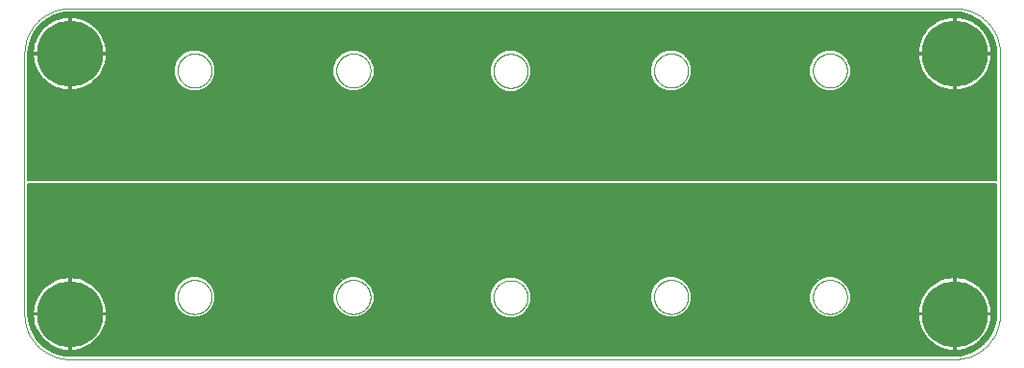
<source format=gtl>
G75*
%MOIN*%
%OFA0B0*%
%FSLAX25Y25*%
%IPPOS*%
%LPD*%
%AMOC8*
5,1,8,0,0,1.08239X$1,22.5*
%
%ADD10C,0.00000*%
%ADD11C,0.23000*%
%ADD12C,0.00600*%
D10*
X0024622Y0008874D02*
X0331709Y0008874D01*
X0332090Y0008879D01*
X0332470Y0008892D01*
X0332850Y0008915D01*
X0333229Y0008948D01*
X0333607Y0008989D01*
X0333984Y0009039D01*
X0334360Y0009099D01*
X0334735Y0009167D01*
X0335107Y0009245D01*
X0335478Y0009332D01*
X0335846Y0009427D01*
X0336212Y0009532D01*
X0336575Y0009645D01*
X0336936Y0009767D01*
X0337293Y0009897D01*
X0337647Y0010037D01*
X0337998Y0010184D01*
X0338345Y0010341D01*
X0338688Y0010505D01*
X0339027Y0010678D01*
X0339362Y0010859D01*
X0339693Y0011048D01*
X0340018Y0011245D01*
X0340339Y0011449D01*
X0340655Y0011662D01*
X0340965Y0011882D01*
X0341271Y0012109D01*
X0341570Y0012344D01*
X0341864Y0012586D01*
X0342152Y0012834D01*
X0342434Y0013090D01*
X0342709Y0013353D01*
X0342978Y0013622D01*
X0343241Y0013897D01*
X0343497Y0014179D01*
X0343745Y0014467D01*
X0343987Y0014761D01*
X0344222Y0015060D01*
X0344449Y0015366D01*
X0344669Y0015676D01*
X0344882Y0015992D01*
X0345086Y0016313D01*
X0345283Y0016638D01*
X0345472Y0016969D01*
X0345653Y0017304D01*
X0345826Y0017643D01*
X0345990Y0017986D01*
X0346147Y0018333D01*
X0346294Y0018684D01*
X0346434Y0019038D01*
X0346564Y0019395D01*
X0346686Y0019756D01*
X0346799Y0020119D01*
X0346904Y0020485D01*
X0346999Y0020853D01*
X0347086Y0021224D01*
X0347164Y0021596D01*
X0347232Y0021971D01*
X0347292Y0022347D01*
X0347342Y0022724D01*
X0347383Y0023102D01*
X0347416Y0023481D01*
X0347439Y0023861D01*
X0347452Y0024241D01*
X0347457Y0024622D01*
X0347457Y0115173D01*
X0347452Y0115554D01*
X0347439Y0115934D01*
X0347416Y0116314D01*
X0347383Y0116693D01*
X0347342Y0117071D01*
X0347292Y0117448D01*
X0347232Y0117824D01*
X0347164Y0118199D01*
X0347086Y0118571D01*
X0346999Y0118942D01*
X0346904Y0119310D01*
X0346799Y0119676D01*
X0346686Y0120039D01*
X0346564Y0120400D01*
X0346434Y0120757D01*
X0346294Y0121111D01*
X0346147Y0121462D01*
X0345990Y0121809D01*
X0345826Y0122152D01*
X0345653Y0122491D01*
X0345472Y0122826D01*
X0345283Y0123157D01*
X0345086Y0123482D01*
X0344882Y0123803D01*
X0344669Y0124119D01*
X0344449Y0124429D01*
X0344222Y0124735D01*
X0343987Y0125034D01*
X0343745Y0125328D01*
X0343497Y0125616D01*
X0343241Y0125898D01*
X0342978Y0126173D01*
X0342709Y0126442D01*
X0342434Y0126705D01*
X0342152Y0126961D01*
X0341864Y0127209D01*
X0341570Y0127451D01*
X0341271Y0127686D01*
X0340965Y0127913D01*
X0340655Y0128133D01*
X0340339Y0128346D01*
X0340018Y0128550D01*
X0339693Y0128747D01*
X0339362Y0128936D01*
X0339027Y0129117D01*
X0338688Y0129290D01*
X0338345Y0129454D01*
X0337998Y0129611D01*
X0337647Y0129758D01*
X0337293Y0129898D01*
X0336936Y0130028D01*
X0336575Y0130150D01*
X0336212Y0130263D01*
X0335846Y0130368D01*
X0335478Y0130463D01*
X0335107Y0130550D01*
X0334735Y0130628D01*
X0334360Y0130696D01*
X0333984Y0130756D01*
X0333607Y0130806D01*
X0333229Y0130847D01*
X0332850Y0130880D01*
X0332470Y0130903D01*
X0332090Y0130916D01*
X0331709Y0130921D01*
X0024622Y0130921D01*
X0024241Y0130916D01*
X0023861Y0130903D01*
X0023481Y0130880D01*
X0023102Y0130847D01*
X0022724Y0130806D01*
X0022347Y0130756D01*
X0021971Y0130696D01*
X0021596Y0130628D01*
X0021224Y0130550D01*
X0020853Y0130463D01*
X0020485Y0130368D01*
X0020119Y0130263D01*
X0019756Y0130150D01*
X0019395Y0130028D01*
X0019038Y0129898D01*
X0018684Y0129758D01*
X0018333Y0129611D01*
X0017986Y0129454D01*
X0017643Y0129290D01*
X0017304Y0129117D01*
X0016969Y0128936D01*
X0016638Y0128747D01*
X0016313Y0128550D01*
X0015992Y0128346D01*
X0015676Y0128133D01*
X0015366Y0127913D01*
X0015060Y0127686D01*
X0014761Y0127451D01*
X0014467Y0127209D01*
X0014179Y0126961D01*
X0013897Y0126705D01*
X0013622Y0126442D01*
X0013353Y0126173D01*
X0013090Y0125898D01*
X0012834Y0125616D01*
X0012586Y0125328D01*
X0012344Y0125034D01*
X0012109Y0124735D01*
X0011882Y0124429D01*
X0011662Y0124119D01*
X0011449Y0123803D01*
X0011245Y0123482D01*
X0011048Y0123157D01*
X0010859Y0122826D01*
X0010678Y0122491D01*
X0010505Y0122152D01*
X0010341Y0121809D01*
X0010184Y0121462D01*
X0010037Y0121111D01*
X0009897Y0120757D01*
X0009767Y0120400D01*
X0009645Y0120039D01*
X0009532Y0119676D01*
X0009427Y0119310D01*
X0009332Y0118942D01*
X0009245Y0118571D01*
X0009167Y0118199D01*
X0009099Y0117824D01*
X0009039Y0117448D01*
X0008989Y0117071D01*
X0008948Y0116693D01*
X0008915Y0116314D01*
X0008892Y0115934D01*
X0008879Y0115554D01*
X0008874Y0115173D01*
X0008874Y0024622D01*
X0008879Y0024241D01*
X0008892Y0023861D01*
X0008915Y0023481D01*
X0008948Y0023102D01*
X0008989Y0022724D01*
X0009039Y0022347D01*
X0009099Y0021971D01*
X0009167Y0021596D01*
X0009245Y0021224D01*
X0009332Y0020853D01*
X0009427Y0020485D01*
X0009532Y0020119D01*
X0009645Y0019756D01*
X0009767Y0019395D01*
X0009897Y0019038D01*
X0010037Y0018684D01*
X0010184Y0018333D01*
X0010341Y0017986D01*
X0010505Y0017643D01*
X0010678Y0017304D01*
X0010859Y0016969D01*
X0011048Y0016638D01*
X0011245Y0016313D01*
X0011449Y0015992D01*
X0011662Y0015676D01*
X0011882Y0015366D01*
X0012109Y0015060D01*
X0012344Y0014761D01*
X0012586Y0014467D01*
X0012834Y0014179D01*
X0013090Y0013897D01*
X0013353Y0013622D01*
X0013622Y0013353D01*
X0013897Y0013090D01*
X0014179Y0012834D01*
X0014467Y0012586D01*
X0014761Y0012344D01*
X0015060Y0012109D01*
X0015366Y0011882D01*
X0015676Y0011662D01*
X0015992Y0011449D01*
X0016313Y0011245D01*
X0016638Y0011048D01*
X0016969Y0010859D01*
X0017304Y0010678D01*
X0017643Y0010505D01*
X0017986Y0010341D01*
X0018333Y0010184D01*
X0018684Y0010037D01*
X0019038Y0009897D01*
X0019395Y0009767D01*
X0019756Y0009645D01*
X0020119Y0009532D01*
X0020485Y0009427D01*
X0020853Y0009332D01*
X0021224Y0009245D01*
X0021596Y0009167D01*
X0021971Y0009099D01*
X0022347Y0009039D01*
X0022724Y0008989D01*
X0023102Y0008948D01*
X0023481Y0008915D01*
X0023861Y0008892D01*
X0024241Y0008879D01*
X0024622Y0008874D01*
X0062023Y0030528D02*
X0062025Y0030681D01*
X0062031Y0030835D01*
X0062041Y0030988D01*
X0062055Y0031140D01*
X0062073Y0031293D01*
X0062095Y0031444D01*
X0062120Y0031595D01*
X0062150Y0031746D01*
X0062184Y0031896D01*
X0062221Y0032044D01*
X0062262Y0032192D01*
X0062307Y0032338D01*
X0062356Y0032484D01*
X0062409Y0032628D01*
X0062465Y0032770D01*
X0062525Y0032911D01*
X0062589Y0033051D01*
X0062656Y0033189D01*
X0062727Y0033325D01*
X0062802Y0033459D01*
X0062879Y0033591D01*
X0062961Y0033721D01*
X0063045Y0033849D01*
X0063133Y0033975D01*
X0063224Y0034098D01*
X0063318Y0034219D01*
X0063416Y0034337D01*
X0063516Y0034453D01*
X0063620Y0034566D01*
X0063726Y0034677D01*
X0063835Y0034785D01*
X0063947Y0034890D01*
X0064061Y0034991D01*
X0064179Y0035090D01*
X0064298Y0035186D01*
X0064420Y0035279D01*
X0064545Y0035368D01*
X0064672Y0035455D01*
X0064801Y0035537D01*
X0064932Y0035617D01*
X0065065Y0035693D01*
X0065200Y0035766D01*
X0065337Y0035835D01*
X0065476Y0035900D01*
X0065616Y0035962D01*
X0065758Y0036020D01*
X0065901Y0036075D01*
X0066046Y0036126D01*
X0066192Y0036173D01*
X0066339Y0036216D01*
X0066487Y0036255D01*
X0066636Y0036291D01*
X0066786Y0036322D01*
X0066937Y0036350D01*
X0067088Y0036374D01*
X0067241Y0036394D01*
X0067393Y0036410D01*
X0067546Y0036422D01*
X0067699Y0036430D01*
X0067852Y0036434D01*
X0068006Y0036434D01*
X0068159Y0036430D01*
X0068312Y0036422D01*
X0068465Y0036410D01*
X0068617Y0036394D01*
X0068770Y0036374D01*
X0068921Y0036350D01*
X0069072Y0036322D01*
X0069222Y0036291D01*
X0069371Y0036255D01*
X0069519Y0036216D01*
X0069666Y0036173D01*
X0069812Y0036126D01*
X0069957Y0036075D01*
X0070100Y0036020D01*
X0070242Y0035962D01*
X0070382Y0035900D01*
X0070521Y0035835D01*
X0070658Y0035766D01*
X0070793Y0035693D01*
X0070926Y0035617D01*
X0071057Y0035537D01*
X0071186Y0035455D01*
X0071313Y0035368D01*
X0071438Y0035279D01*
X0071560Y0035186D01*
X0071679Y0035090D01*
X0071797Y0034991D01*
X0071911Y0034890D01*
X0072023Y0034785D01*
X0072132Y0034677D01*
X0072238Y0034566D01*
X0072342Y0034453D01*
X0072442Y0034337D01*
X0072540Y0034219D01*
X0072634Y0034098D01*
X0072725Y0033975D01*
X0072813Y0033849D01*
X0072897Y0033721D01*
X0072979Y0033591D01*
X0073056Y0033459D01*
X0073131Y0033325D01*
X0073202Y0033189D01*
X0073269Y0033051D01*
X0073333Y0032911D01*
X0073393Y0032770D01*
X0073449Y0032628D01*
X0073502Y0032484D01*
X0073551Y0032338D01*
X0073596Y0032192D01*
X0073637Y0032044D01*
X0073674Y0031896D01*
X0073708Y0031746D01*
X0073738Y0031595D01*
X0073763Y0031444D01*
X0073785Y0031293D01*
X0073803Y0031140D01*
X0073817Y0030988D01*
X0073827Y0030835D01*
X0073833Y0030681D01*
X0073835Y0030528D01*
X0073833Y0030375D01*
X0073827Y0030221D01*
X0073817Y0030068D01*
X0073803Y0029916D01*
X0073785Y0029763D01*
X0073763Y0029612D01*
X0073738Y0029461D01*
X0073708Y0029310D01*
X0073674Y0029160D01*
X0073637Y0029012D01*
X0073596Y0028864D01*
X0073551Y0028718D01*
X0073502Y0028572D01*
X0073449Y0028428D01*
X0073393Y0028286D01*
X0073333Y0028145D01*
X0073269Y0028005D01*
X0073202Y0027867D01*
X0073131Y0027731D01*
X0073056Y0027597D01*
X0072979Y0027465D01*
X0072897Y0027335D01*
X0072813Y0027207D01*
X0072725Y0027081D01*
X0072634Y0026958D01*
X0072540Y0026837D01*
X0072442Y0026719D01*
X0072342Y0026603D01*
X0072238Y0026490D01*
X0072132Y0026379D01*
X0072023Y0026271D01*
X0071911Y0026166D01*
X0071797Y0026065D01*
X0071679Y0025966D01*
X0071560Y0025870D01*
X0071438Y0025777D01*
X0071313Y0025688D01*
X0071186Y0025601D01*
X0071057Y0025519D01*
X0070926Y0025439D01*
X0070793Y0025363D01*
X0070658Y0025290D01*
X0070521Y0025221D01*
X0070382Y0025156D01*
X0070242Y0025094D01*
X0070100Y0025036D01*
X0069957Y0024981D01*
X0069812Y0024930D01*
X0069666Y0024883D01*
X0069519Y0024840D01*
X0069371Y0024801D01*
X0069222Y0024765D01*
X0069072Y0024734D01*
X0068921Y0024706D01*
X0068770Y0024682D01*
X0068617Y0024662D01*
X0068465Y0024646D01*
X0068312Y0024634D01*
X0068159Y0024626D01*
X0068006Y0024622D01*
X0067852Y0024622D01*
X0067699Y0024626D01*
X0067546Y0024634D01*
X0067393Y0024646D01*
X0067241Y0024662D01*
X0067088Y0024682D01*
X0066937Y0024706D01*
X0066786Y0024734D01*
X0066636Y0024765D01*
X0066487Y0024801D01*
X0066339Y0024840D01*
X0066192Y0024883D01*
X0066046Y0024930D01*
X0065901Y0024981D01*
X0065758Y0025036D01*
X0065616Y0025094D01*
X0065476Y0025156D01*
X0065337Y0025221D01*
X0065200Y0025290D01*
X0065065Y0025363D01*
X0064932Y0025439D01*
X0064801Y0025519D01*
X0064672Y0025601D01*
X0064545Y0025688D01*
X0064420Y0025777D01*
X0064298Y0025870D01*
X0064179Y0025966D01*
X0064061Y0026065D01*
X0063947Y0026166D01*
X0063835Y0026271D01*
X0063726Y0026379D01*
X0063620Y0026490D01*
X0063516Y0026603D01*
X0063416Y0026719D01*
X0063318Y0026837D01*
X0063224Y0026958D01*
X0063133Y0027081D01*
X0063045Y0027207D01*
X0062961Y0027335D01*
X0062879Y0027465D01*
X0062802Y0027597D01*
X0062727Y0027731D01*
X0062656Y0027867D01*
X0062589Y0028005D01*
X0062525Y0028145D01*
X0062465Y0028286D01*
X0062409Y0028428D01*
X0062356Y0028572D01*
X0062307Y0028718D01*
X0062262Y0028864D01*
X0062221Y0029012D01*
X0062184Y0029160D01*
X0062150Y0029310D01*
X0062120Y0029461D01*
X0062095Y0029612D01*
X0062073Y0029763D01*
X0062055Y0029916D01*
X0062041Y0030068D01*
X0062031Y0030221D01*
X0062025Y0030375D01*
X0062023Y0030528D01*
X0117141Y0030528D02*
X0117143Y0030681D01*
X0117149Y0030835D01*
X0117159Y0030988D01*
X0117173Y0031140D01*
X0117191Y0031293D01*
X0117213Y0031444D01*
X0117238Y0031595D01*
X0117268Y0031746D01*
X0117302Y0031896D01*
X0117339Y0032044D01*
X0117380Y0032192D01*
X0117425Y0032338D01*
X0117474Y0032484D01*
X0117527Y0032628D01*
X0117583Y0032770D01*
X0117643Y0032911D01*
X0117707Y0033051D01*
X0117774Y0033189D01*
X0117845Y0033325D01*
X0117920Y0033459D01*
X0117997Y0033591D01*
X0118079Y0033721D01*
X0118163Y0033849D01*
X0118251Y0033975D01*
X0118342Y0034098D01*
X0118436Y0034219D01*
X0118534Y0034337D01*
X0118634Y0034453D01*
X0118738Y0034566D01*
X0118844Y0034677D01*
X0118953Y0034785D01*
X0119065Y0034890D01*
X0119179Y0034991D01*
X0119297Y0035090D01*
X0119416Y0035186D01*
X0119538Y0035279D01*
X0119663Y0035368D01*
X0119790Y0035455D01*
X0119919Y0035537D01*
X0120050Y0035617D01*
X0120183Y0035693D01*
X0120318Y0035766D01*
X0120455Y0035835D01*
X0120594Y0035900D01*
X0120734Y0035962D01*
X0120876Y0036020D01*
X0121019Y0036075D01*
X0121164Y0036126D01*
X0121310Y0036173D01*
X0121457Y0036216D01*
X0121605Y0036255D01*
X0121754Y0036291D01*
X0121904Y0036322D01*
X0122055Y0036350D01*
X0122206Y0036374D01*
X0122359Y0036394D01*
X0122511Y0036410D01*
X0122664Y0036422D01*
X0122817Y0036430D01*
X0122970Y0036434D01*
X0123124Y0036434D01*
X0123277Y0036430D01*
X0123430Y0036422D01*
X0123583Y0036410D01*
X0123735Y0036394D01*
X0123888Y0036374D01*
X0124039Y0036350D01*
X0124190Y0036322D01*
X0124340Y0036291D01*
X0124489Y0036255D01*
X0124637Y0036216D01*
X0124784Y0036173D01*
X0124930Y0036126D01*
X0125075Y0036075D01*
X0125218Y0036020D01*
X0125360Y0035962D01*
X0125500Y0035900D01*
X0125639Y0035835D01*
X0125776Y0035766D01*
X0125911Y0035693D01*
X0126044Y0035617D01*
X0126175Y0035537D01*
X0126304Y0035455D01*
X0126431Y0035368D01*
X0126556Y0035279D01*
X0126678Y0035186D01*
X0126797Y0035090D01*
X0126915Y0034991D01*
X0127029Y0034890D01*
X0127141Y0034785D01*
X0127250Y0034677D01*
X0127356Y0034566D01*
X0127460Y0034453D01*
X0127560Y0034337D01*
X0127658Y0034219D01*
X0127752Y0034098D01*
X0127843Y0033975D01*
X0127931Y0033849D01*
X0128015Y0033721D01*
X0128097Y0033591D01*
X0128174Y0033459D01*
X0128249Y0033325D01*
X0128320Y0033189D01*
X0128387Y0033051D01*
X0128451Y0032911D01*
X0128511Y0032770D01*
X0128567Y0032628D01*
X0128620Y0032484D01*
X0128669Y0032338D01*
X0128714Y0032192D01*
X0128755Y0032044D01*
X0128792Y0031896D01*
X0128826Y0031746D01*
X0128856Y0031595D01*
X0128881Y0031444D01*
X0128903Y0031293D01*
X0128921Y0031140D01*
X0128935Y0030988D01*
X0128945Y0030835D01*
X0128951Y0030681D01*
X0128953Y0030528D01*
X0128951Y0030375D01*
X0128945Y0030221D01*
X0128935Y0030068D01*
X0128921Y0029916D01*
X0128903Y0029763D01*
X0128881Y0029612D01*
X0128856Y0029461D01*
X0128826Y0029310D01*
X0128792Y0029160D01*
X0128755Y0029012D01*
X0128714Y0028864D01*
X0128669Y0028718D01*
X0128620Y0028572D01*
X0128567Y0028428D01*
X0128511Y0028286D01*
X0128451Y0028145D01*
X0128387Y0028005D01*
X0128320Y0027867D01*
X0128249Y0027731D01*
X0128174Y0027597D01*
X0128097Y0027465D01*
X0128015Y0027335D01*
X0127931Y0027207D01*
X0127843Y0027081D01*
X0127752Y0026958D01*
X0127658Y0026837D01*
X0127560Y0026719D01*
X0127460Y0026603D01*
X0127356Y0026490D01*
X0127250Y0026379D01*
X0127141Y0026271D01*
X0127029Y0026166D01*
X0126915Y0026065D01*
X0126797Y0025966D01*
X0126678Y0025870D01*
X0126556Y0025777D01*
X0126431Y0025688D01*
X0126304Y0025601D01*
X0126175Y0025519D01*
X0126044Y0025439D01*
X0125911Y0025363D01*
X0125776Y0025290D01*
X0125639Y0025221D01*
X0125500Y0025156D01*
X0125360Y0025094D01*
X0125218Y0025036D01*
X0125075Y0024981D01*
X0124930Y0024930D01*
X0124784Y0024883D01*
X0124637Y0024840D01*
X0124489Y0024801D01*
X0124340Y0024765D01*
X0124190Y0024734D01*
X0124039Y0024706D01*
X0123888Y0024682D01*
X0123735Y0024662D01*
X0123583Y0024646D01*
X0123430Y0024634D01*
X0123277Y0024626D01*
X0123124Y0024622D01*
X0122970Y0024622D01*
X0122817Y0024626D01*
X0122664Y0024634D01*
X0122511Y0024646D01*
X0122359Y0024662D01*
X0122206Y0024682D01*
X0122055Y0024706D01*
X0121904Y0024734D01*
X0121754Y0024765D01*
X0121605Y0024801D01*
X0121457Y0024840D01*
X0121310Y0024883D01*
X0121164Y0024930D01*
X0121019Y0024981D01*
X0120876Y0025036D01*
X0120734Y0025094D01*
X0120594Y0025156D01*
X0120455Y0025221D01*
X0120318Y0025290D01*
X0120183Y0025363D01*
X0120050Y0025439D01*
X0119919Y0025519D01*
X0119790Y0025601D01*
X0119663Y0025688D01*
X0119538Y0025777D01*
X0119416Y0025870D01*
X0119297Y0025966D01*
X0119179Y0026065D01*
X0119065Y0026166D01*
X0118953Y0026271D01*
X0118844Y0026379D01*
X0118738Y0026490D01*
X0118634Y0026603D01*
X0118534Y0026719D01*
X0118436Y0026837D01*
X0118342Y0026958D01*
X0118251Y0027081D01*
X0118163Y0027207D01*
X0118079Y0027335D01*
X0117997Y0027465D01*
X0117920Y0027597D01*
X0117845Y0027731D01*
X0117774Y0027867D01*
X0117707Y0028005D01*
X0117643Y0028145D01*
X0117583Y0028286D01*
X0117527Y0028428D01*
X0117474Y0028572D01*
X0117425Y0028718D01*
X0117380Y0028864D01*
X0117339Y0029012D01*
X0117302Y0029160D01*
X0117268Y0029310D01*
X0117238Y0029461D01*
X0117213Y0029612D01*
X0117191Y0029763D01*
X0117173Y0029916D01*
X0117159Y0030068D01*
X0117149Y0030221D01*
X0117143Y0030375D01*
X0117141Y0030528D01*
X0171669Y0030409D02*
X0171671Y0030562D01*
X0171677Y0030716D01*
X0171687Y0030869D01*
X0171701Y0031021D01*
X0171719Y0031174D01*
X0171741Y0031325D01*
X0171766Y0031476D01*
X0171796Y0031627D01*
X0171830Y0031777D01*
X0171867Y0031925D01*
X0171908Y0032073D01*
X0171953Y0032219D01*
X0172002Y0032365D01*
X0172055Y0032509D01*
X0172111Y0032651D01*
X0172171Y0032792D01*
X0172235Y0032932D01*
X0172302Y0033070D01*
X0172373Y0033206D01*
X0172448Y0033340D01*
X0172525Y0033472D01*
X0172607Y0033602D01*
X0172691Y0033730D01*
X0172779Y0033856D01*
X0172870Y0033979D01*
X0172964Y0034100D01*
X0173062Y0034218D01*
X0173162Y0034334D01*
X0173266Y0034447D01*
X0173372Y0034558D01*
X0173481Y0034666D01*
X0173593Y0034771D01*
X0173707Y0034872D01*
X0173825Y0034971D01*
X0173944Y0035067D01*
X0174066Y0035160D01*
X0174191Y0035249D01*
X0174318Y0035336D01*
X0174447Y0035418D01*
X0174578Y0035498D01*
X0174711Y0035574D01*
X0174846Y0035647D01*
X0174983Y0035716D01*
X0175122Y0035781D01*
X0175262Y0035843D01*
X0175404Y0035901D01*
X0175547Y0035956D01*
X0175692Y0036007D01*
X0175838Y0036054D01*
X0175985Y0036097D01*
X0176133Y0036136D01*
X0176282Y0036172D01*
X0176432Y0036203D01*
X0176583Y0036231D01*
X0176734Y0036255D01*
X0176887Y0036275D01*
X0177039Y0036291D01*
X0177192Y0036303D01*
X0177345Y0036311D01*
X0177498Y0036315D01*
X0177652Y0036315D01*
X0177805Y0036311D01*
X0177958Y0036303D01*
X0178111Y0036291D01*
X0178263Y0036275D01*
X0178416Y0036255D01*
X0178567Y0036231D01*
X0178718Y0036203D01*
X0178868Y0036172D01*
X0179017Y0036136D01*
X0179165Y0036097D01*
X0179312Y0036054D01*
X0179458Y0036007D01*
X0179603Y0035956D01*
X0179746Y0035901D01*
X0179888Y0035843D01*
X0180028Y0035781D01*
X0180167Y0035716D01*
X0180304Y0035647D01*
X0180439Y0035574D01*
X0180572Y0035498D01*
X0180703Y0035418D01*
X0180832Y0035336D01*
X0180959Y0035249D01*
X0181084Y0035160D01*
X0181206Y0035067D01*
X0181325Y0034971D01*
X0181443Y0034872D01*
X0181557Y0034771D01*
X0181669Y0034666D01*
X0181778Y0034558D01*
X0181884Y0034447D01*
X0181988Y0034334D01*
X0182088Y0034218D01*
X0182186Y0034100D01*
X0182280Y0033979D01*
X0182371Y0033856D01*
X0182459Y0033730D01*
X0182543Y0033602D01*
X0182625Y0033472D01*
X0182702Y0033340D01*
X0182777Y0033206D01*
X0182848Y0033070D01*
X0182915Y0032932D01*
X0182979Y0032792D01*
X0183039Y0032651D01*
X0183095Y0032509D01*
X0183148Y0032365D01*
X0183197Y0032219D01*
X0183242Y0032073D01*
X0183283Y0031925D01*
X0183320Y0031777D01*
X0183354Y0031627D01*
X0183384Y0031476D01*
X0183409Y0031325D01*
X0183431Y0031174D01*
X0183449Y0031021D01*
X0183463Y0030869D01*
X0183473Y0030716D01*
X0183479Y0030562D01*
X0183481Y0030409D01*
X0183479Y0030256D01*
X0183473Y0030102D01*
X0183463Y0029949D01*
X0183449Y0029797D01*
X0183431Y0029644D01*
X0183409Y0029493D01*
X0183384Y0029342D01*
X0183354Y0029191D01*
X0183320Y0029041D01*
X0183283Y0028893D01*
X0183242Y0028745D01*
X0183197Y0028599D01*
X0183148Y0028453D01*
X0183095Y0028309D01*
X0183039Y0028167D01*
X0182979Y0028026D01*
X0182915Y0027886D01*
X0182848Y0027748D01*
X0182777Y0027612D01*
X0182702Y0027478D01*
X0182625Y0027346D01*
X0182543Y0027216D01*
X0182459Y0027088D01*
X0182371Y0026962D01*
X0182280Y0026839D01*
X0182186Y0026718D01*
X0182088Y0026600D01*
X0181988Y0026484D01*
X0181884Y0026371D01*
X0181778Y0026260D01*
X0181669Y0026152D01*
X0181557Y0026047D01*
X0181443Y0025946D01*
X0181325Y0025847D01*
X0181206Y0025751D01*
X0181084Y0025658D01*
X0180959Y0025569D01*
X0180832Y0025482D01*
X0180703Y0025400D01*
X0180572Y0025320D01*
X0180439Y0025244D01*
X0180304Y0025171D01*
X0180167Y0025102D01*
X0180028Y0025037D01*
X0179888Y0024975D01*
X0179746Y0024917D01*
X0179603Y0024862D01*
X0179458Y0024811D01*
X0179312Y0024764D01*
X0179165Y0024721D01*
X0179017Y0024682D01*
X0178868Y0024646D01*
X0178718Y0024615D01*
X0178567Y0024587D01*
X0178416Y0024563D01*
X0178263Y0024543D01*
X0178111Y0024527D01*
X0177958Y0024515D01*
X0177805Y0024507D01*
X0177652Y0024503D01*
X0177498Y0024503D01*
X0177345Y0024507D01*
X0177192Y0024515D01*
X0177039Y0024527D01*
X0176887Y0024543D01*
X0176734Y0024563D01*
X0176583Y0024587D01*
X0176432Y0024615D01*
X0176282Y0024646D01*
X0176133Y0024682D01*
X0175985Y0024721D01*
X0175838Y0024764D01*
X0175692Y0024811D01*
X0175547Y0024862D01*
X0175404Y0024917D01*
X0175262Y0024975D01*
X0175122Y0025037D01*
X0174983Y0025102D01*
X0174846Y0025171D01*
X0174711Y0025244D01*
X0174578Y0025320D01*
X0174447Y0025400D01*
X0174318Y0025482D01*
X0174191Y0025569D01*
X0174066Y0025658D01*
X0173944Y0025751D01*
X0173825Y0025847D01*
X0173707Y0025946D01*
X0173593Y0026047D01*
X0173481Y0026152D01*
X0173372Y0026260D01*
X0173266Y0026371D01*
X0173162Y0026484D01*
X0173062Y0026600D01*
X0172964Y0026718D01*
X0172870Y0026839D01*
X0172779Y0026962D01*
X0172691Y0027088D01*
X0172607Y0027216D01*
X0172525Y0027346D01*
X0172448Y0027478D01*
X0172373Y0027612D01*
X0172302Y0027748D01*
X0172235Y0027886D01*
X0172171Y0028026D01*
X0172111Y0028167D01*
X0172055Y0028309D01*
X0172002Y0028453D01*
X0171953Y0028599D01*
X0171908Y0028745D01*
X0171867Y0028893D01*
X0171830Y0029041D01*
X0171796Y0029191D01*
X0171766Y0029342D01*
X0171741Y0029493D01*
X0171719Y0029644D01*
X0171701Y0029797D01*
X0171687Y0029949D01*
X0171677Y0030102D01*
X0171671Y0030256D01*
X0171669Y0030409D01*
X0227377Y0030528D02*
X0227379Y0030681D01*
X0227385Y0030835D01*
X0227395Y0030988D01*
X0227409Y0031140D01*
X0227427Y0031293D01*
X0227449Y0031444D01*
X0227474Y0031595D01*
X0227504Y0031746D01*
X0227538Y0031896D01*
X0227575Y0032044D01*
X0227616Y0032192D01*
X0227661Y0032338D01*
X0227710Y0032484D01*
X0227763Y0032628D01*
X0227819Y0032770D01*
X0227879Y0032911D01*
X0227943Y0033051D01*
X0228010Y0033189D01*
X0228081Y0033325D01*
X0228156Y0033459D01*
X0228233Y0033591D01*
X0228315Y0033721D01*
X0228399Y0033849D01*
X0228487Y0033975D01*
X0228578Y0034098D01*
X0228672Y0034219D01*
X0228770Y0034337D01*
X0228870Y0034453D01*
X0228974Y0034566D01*
X0229080Y0034677D01*
X0229189Y0034785D01*
X0229301Y0034890D01*
X0229415Y0034991D01*
X0229533Y0035090D01*
X0229652Y0035186D01*
X0229774Y0035279D01*
X0229899Y0035368D01*
X0230026Y0035455D01*
X0230155Y0035537D01*
X0230286Y0035617D01*
X0230419Y0035693D01*
X0230554Y0035766D01*
X0230691Y0035835D01*
X0230830Y0035900D01*
X0230970Y0035962D01*
X0231112Y0036020D01*
X0231255Y0036075D01*
X0231400Y0036126D01*
X0231546Y0036173D01*
X0231693Y0036216D01*
X0231841Y0036255D01*
X0231990Y0036291D01*
X0232140Y0036322D01*
X0232291Y0036350D01*
X0232442Y0036374D01*
X0232595Y0036394D01*
X0232747Y0036410D01*
X0232900Y0036422D01*
X0233053Y0036430D01*
X0233206Y0036434D01*
X0233360Y0036434D01*
X0233513Y0036430D01*
X0233666Y0036422D01*
X0233819Y0036410D01*
X0233971Y0036394D01*
X0234124Y0036374D01*
X0234275Y0036350D01*
X0234426Y0036322D01*
X0234576Y0036291D01*
X0234725Y0036255D01*
X0234873Y0036216D01*
X0235020Y0036173D01*
X0235166Y0036126D01*
X0235311Y0036075D01*
X0235454Y0036020D01*
X0235596Y0035962D01*
X0235736Y0035900D01*
X0235875Y0035835D01*
X0236012Y0035766D01*
X0236147Y0035693D01*
X0236280Y0035617D01*
X0236411Y0035537D01*
X0236540Y0035455D01*
X0236667Y0035368D01*
X0236792Y0035279D01*
X0236914Y0035186D01*
X0237033Y0035090D01*
X0237151Y0034991D01*
X0237265Y0034890D01*
X0237377Y0034785D01*
X0237486Y0034677D01*
X0237592Y0034566D01*
X0237696Y0034453D01*
X0237796Y0034337D01*
X0237894Y0034219D01*
X0237988Y0034098D01*
X0238079Y0033975D01*
X0238167Y0033849D01*
X0238251Y0033721D01*
X0238333Y0033591D01*
X0238410Y0033459D01*
X0238485Y0033325D01*
X0238556Y0033189D01*
X0238623Y0033051D01*
X0238687Y0032911D01*
X0238747Y0032770D01*
X0238803Y0032628D01*
X0238856Y0032484D01*
X0238905Y0032338D01*
X0238950Y0032192D01*
X0238991Y0032044D01*
X0239028Y0031896D01*
X0239062Y0031746D01*
X0239092Y0031595D01*
X0239117Y0031444D01*
X0239139Y0031293D01*
X0239157Y0031140D01*
X0239171Y0030988D01*
X0239181Y0030835D01*
X0239187Y0030681D01*
X0239189Y0030528D01*
X0239187Y0030375D01*
X0239181Y0030221D01*
X0239171Y0030068D01*
X0239157Y0029916D01*
X0239139Y0029763D01*
X0239117Y0029612D01*
X0239092Y0029461D01*
X0239062Y0029310D01*
X0239028Y0029160D01*
X0238991Y0029012D01*
X0238950Y0028864D01*
X0238905Y0028718D01*
X0238856Y0028572D01*
X0238803Y0028428D01*
X0238747Y0028286D01*
X0238687Y0028145D01*
X0238623Y0028005D01*
X0238556Y0027867D01*
X0238485Y0027731D01*
X0238410Y0027597D01*
X0238333Y0027465D01*
X0238251Y0027335D01*
X0238167Y0027207D01*
X0238079Y0027081D01*
X0237988Y0026958D01*
X0237894Y0026837D01*
X0237796Y0026719D01*
X0237696Y0026603D01*
X0237592Y0026490D01*
X0237486Y0026379D01*
X0237377Y0026271D01*
X0237265Y0026166D01*
X0237151Y0026065D01*
X0237033Y0025966D01*
X0236914Y0025870D01*
X0236792Y0025777D01*
X0236667Y0025688D01*
X0236540Y0025601D01*
X0236411Y0025519D01*
X0236280Y0025439D01*
X0236147Y0025363D01*
X0236012Y0025290D01*
X0235875Y0025221D01*
X0235736Y0025156D01*
X0235596Y0025094D01*
X0235454Y0025036D01*
X0235311Y0024981D01*
X0235166Y0024930D01*
X0235020Y0024883D01*
X0234873Y0024840D01*
X0234725Y0024801D01*
X0234576Y0024765D01*
X0234426Y0024734D01*
X0234275Y0024706D01*
X0234124Y0024682D01*
X0233971Y0024662D01*
X0233819Y0024646D01*
X0233666Y0024634D01*
X0233513Y0024626D01*
X0233360Y0024622D01*
X0233206Y0024622D01*
X0233053Y0024626D01*
X0232900Y0024634D01*
X0232747Y0024646D01*
X0232595Y0024662D01*
X0232442Y0024682D01*
X0232291Y0024706D01*
X0232140Y0024734D01*
X0231990Y0024765D01*
X0231841Y0024801D01*
X0231693Y0024840D01*
X0231546Y0024883D01*
X0231400Y0024930D01*
X0231255Y0024981D01*
X0231112Y0025036D01*
X0230970Y0025094D01*
X0230830Y0025156D01*
X0230691Y0025221D01*
X0230554Y0025290D01*
X0230419Y0025363D01*
X0230286Y0025439D01*
X0230155Y0025519D01*
X0230026Y0025601D01*
X0229899Y0025688D01*
X0229774Y0025777D01*
X0229652Y0025870D01*
X0229533Y0025966D01*
X0229415Y0026065D01*
X0229301Y0026166D01*
X0229189Y0026271D01*
X0229080Y0026379D01*
X0228974Y0026490D01*
X0228870Y0026603D01*
X0228770Y0026719D01*
X0228672Y0026837D01*
X0228578Y0026958D01*
X0228487Y0027081D01*
X0228399Y0027207D01*
X0228315Y0027335D01*
X0228233Y0027465D01*
X0228156Y0027597D01*
X0228081Y0027731D01*
X0228010Y0027867D01*
X0227943Y0028005D01*
X0227879Y0028145D01*
X0227819Y0028286D01*
X0227763Y0028428D01*
X0227710Y0028572D01*
X0227661Y0028718D01*
X0227616Y0028864D01*
X0227575Y0029012D01*
X0227538Y0029160D01*
X0227504Y0029310D01*
X0227474Y0029461D01*
X0227449Y0029612D01*
X0227427Y0029763D01*
X0227409Y0029916D01*
X0227395Y0030068D01*
X0227385Y0030221D01*
X0227379Y0030375D01*
X0227377Y0030528D01*
X0282496Y0030528D02*
X0282498Y0030681D01*
X0282504Y0030835D01*
X0282514Y0030988D01*
X0282528Y0031140D01*
X0282546Y0031293D01*
X0282568Y0031444D01*
X0282593Y0031595D01*
X0282623Y0031746D01*
X0282657Y0031896D01*
X0282694Y0032044D01*
X0282735Y0032192D01*
X0282780Y0032338D01*
X0282829Y0032484D01*
X0282882Y0032628D01*
X0282938Y0032770D01*
X0282998Y0032911D01*
X0283062Y0033051D01*
X0283129Y0033189D01*
X0283200Y0033325D01*
X0283275Y0033459D01*
X0283352Y0033591D01*
X0283434Y0033721D01*
X0283518Y0033849D01*
X0283606Y0033975D01*
X0283697Y0034098D01*
X0283791Y0034219D01*
X0283889Y0034337D01*
X0283989Y0034453D01*
X0284093Y0034566D01*
X0284199Y0034677D01*
X0284308Y0034785D01*
X0284420Y0034890D01*
X0284534Y0034991D01*
X0284652Y0035090D01*
X0284771Y0035186D01*
X0284893Y0035279D01*
X0285018Y0035368D01*
X0285145Y0035455D01*
X0285274Y0035537D01*
X0285405Y0035617D01*
X0285538Y0035693D01*
X0285673Y0035766D01*
X0285810Y0035835D01*
X0285949Y0035900D01*
X0286089Y0035962D01*
X0286231Y0036020D01*
X0286374Y0036075D01*
X0286519Y0036126D01*
X0286665Y0036173D01*
X0286812Y0036216D01*
X0286960Y0036255D01*
X0287109Y0036291D01*
X0287259Y0036322D01*
X0287410Y0036350D01*
X0287561Y0036374D01*
X0287714Y0036394D01*
X0287866Y0036410D01*
X0288019Y0036422D01*
X0288172Y0036430D01*
X0288325Y0036434D01*
X0288479Y0036434D01*
X0288632Y0036430D01*
X0288785Y0036422D01*
X0288938Y0036410D01*
X0289090Y0036394D01*
X0289243Y0036374D01*
X0289394Y0036350D01*
X0289545Y0036322D01*
X0289695Y0036291D01*
X0289844Y0036255D01*
X0289992Y0036216D01*
X0290139Y0036173D01*
X0290285Y0036126D01*
X0290430Y0036075D01*
X0290573Y0036020D01*
X0290715Y0035962D01*
X0290855Y0035900D01*
X0290994Y0035835D01*
X0291131Y0035766D01*
X0291266Y0035693D01*
X0291399Y0035617D01*
X0291530Y0035537D01*
X0291659Y0035455D01*
X0291786Y0035368D01*
X0291911Y0035279D01*
X0292033Y0035186D01*
X0292152Y0035090D01*
X0292270Y0034991D01*
X0292384Y0034890D01*
X0292496Y0034785D01*
X0292605Y0034677D01*
X0292711Y0034566D01*
X0292815Y0034453D01*
X0292915Y0034337D01*
X0293013Y0034219D01*
X0293107Y0034098D01*
X0293198Y0033975D01*
X0293286Y0033849D01*
X0293370Y0033721D01*
X0293452Y0033591D01*
X0293529Y0033459D01*
X0293604Y0033325D01*
X0293675Y0033189D01*
X0293742Y0033051D01*
X0293806Y0032911D01*
X0293866Y0032770D01*
X0293922Y0032628D01*
X0293975Y0032484D01*
X0294024Y0032338D01*
X0294069Y0032192D01*
X0294110Y0032044D01*
X0294147Y0031896D01*
X0294181Y0031746D01*
X0294211Y0031595D01*
X0294236Y0031444D01*
X0294258Y0031293D01*
X0294276Y0031140D01*
X0294290Y0030988D01*
X0294300Y0030835D01*
X0294306Y0030681D01*
X0294308Y0030528D01*
X0294306Y0030375D01*
X0294300Y0030221D01*
X0294290Y0030068D01*
X0294276Y0029916D01*
X0294258Y0029763D01*
X0294236Y0029612D01*
X0294211Y0029461D01*
X0294181Y0029310D01*
X0294147Y0029160D01*
X0294110Y0029012D01*
X0294069Y0028864D01*
X0294024Y0028718D01*
X0293975Y0028572D01*
X0293922Y0028428D01*
X0293866Y0028286D01*
X0293806Y0028145D01*
X0293742Y0028005D01*
X0293675Y0027867D01*
X0293604Y0027731D01*
X0293529Y0027597D01*
X0293452Y0027465D01*
X0293370Y0027335D01*
X0293286Y0027207D01*
X0293198Y0027081D01*
X0293107Y0026958D01*
X0293013Y0026837D01*
X0292915Y0026719D01*
X0292815Y0026603D01*
X0292711Y0026490D01*
X0292605Y0026379D01*
X0292496Y0026271D01*
X0292384Y0026166D01*
X0292270Y0026065D01*
X0292152Y0025966D01*
X0292033Y0025870D01*
X0291911Y0025777D01*
X0291786Y0025688D01*
X0291659Y0025601D01*
X0291530Y0025519D01*
X0291399Y0025439D01*
X0291266Y0025363D01*
X0291131Y0025290D01*
X0290994Y0025221D01*
X0290855Y0025156D01*
X0290715Y0025094D01*
X0290573Y0025036D01*
X0290430Y0024981D01*
X0290285Y0024930D01*
X0290139Y0024883D01*
X0289992Y0024840D01*
X0289844Y0024801D01*
X0289695Y0024765D01*
X0289545Y0024734D01*
X0289394Y0024706D01*
X0289243Y0024682D01*
X0289090Y0024662D01*
X0288938Y0024646D01*
X0288785Y0024634D01*
X0288632Y0024626D01*
X0288479Y0024622D01*
X0288325Y0024622D01*
X0288172Y0024626D01*
X0288019Y0024634D01*
X0287866Y0024646D01*
X0287714Y0024662D01*
X0287561Y0024682D01*
X0287410Y0024706D01*
X0287259Y0024734D01*
X0287109Y0024765D01*
X0286960Y0024801D01*
X0286812Y0024840D01*
X0286665Y0024883D01*
X0286519Y0024930D01*
X0286374Y0024981D01*
X0286231Y0025036D01*
X0286089Y0025094D01*
X0285949Y0025156D01*
X0285810Y0025221D01*
X0285673Y0025290D01*
X0285538Y0025363D01*
X0285405Y0025439D01*
X0285274Y0025519D01*
X0285145Y0025601D01*
X0285018Y0025688D01*
X0284893Y0025777D01*
X0284771Y0025870D01*
X0284652Y0025966D01*
X0284534Y0026065D01*
X0284420Y0026166D01*
X0284308Y0026271D01*
X0284199Y0026379D01*
X0284093Y0026490D01*
X0283989Y0026603D01*
X0283889Y0026719D01*
X0283791Y0026837D01*
X0283697Y0026958D01*
X0283606Y0027081D01*
X0283518Y0027207D01*
X0283434Y0027335D01*
X0283352Y0027465D01*
X0283275Y0027597D01*
X0283200Y0027731D01*
X0283129Y0027867D01*
X0283062Y0028005D01*
X0282998Y0028145D01*
X0282938Y0028286D01*
X0282882Y0028428D01*
X0282829Y0028572D01*
X0282780Y0028718D01*
X0282735Y0028864D01*
X0282694Y0029012D01*
X0282657Y0029160D01*
X0282623Y0029310D01*
X0282593Y0029461D01*
X0282568Y0029612D01*
X0282546Y0029763D01*
X0282528Y0029916D01*
X0282514Y0030068D01*
X0282504Y0030221D01*
X0282498Y0030375D01*
X0282496Y0030528D01*
X0282496Y0109268D02*
X0282498Y0109421D01*
X0282504Y0109575D01*
X0282514Y0109728D01*
X0282528Y0109880D01*
X0282546Y0110033D01*
X0282568Y0110184D01*
X0282593Y0110335D01*
X0282623Y0110486D01*
X0282657Y0110636D01*
X0282694Y0110784D01*
X0282735Y0110932D01*
X0282780Y0111078D01*
X0282829Y0111224D01*
X0282882Y0111368D01*
X0282938Y0111510D01*
X0282998Y0111651D01*
X0283062Y0111791D01*
X0283129Y0111929D01*
X0283200Y0112065D01*
X0283275Y0112199D01*
X0283352Y0112331D01*
X0283434Y0112461D01*
X0283518Y0112589D01*
X0283606Y0112715D01*
X0283697Y0112838D01*
X0283791Y0112959D01*
X0283889Y0113077D01*
X0283989Y0113193D01*
X0284093Y0113306D01*
X0284199Y0113417D01*
X0284308Y0113525D01*
X0284420Y0113630D01*
X0284534Y0113731D01*
X0284652Y0113830D01*
X0284771Y0113926D01*
X0284893Y0114019D01*
X0285018Y0114108D01*
X0285145Y0114195D01*
X0285274Y0114277D01*
X0285405Y0114357D01*
X0285538Y0114433D01*
X0285673Y0114506D01*
X0285810Y0114575D01*
X0285949Y0114640D01*
X0286089Y0114702D01*
X0286231Y0114760D01*
X0286374Y0114815D01*
X0286519Y0114866D01*
X0286665Y0114913D01*
X0286812Y0114956D01*
X0286960Y0114995D01*
X0287109Y0115031D01*
X0287259Y0115062D01*
X0287410Y0115090D01*
X0287561Y0115114D01*
X0287714Y0115134D01*
X0287866Y0115150D01*
X0288019Y0115162D01*
X0288172Y0115170D01*
X0288325Y0115174D01*
X0288479Y0115174D01*
X0288632Y0115170D01*
X0288785Y0115162D01*
X0288938Y0115150D01*
X0289090Y0115134D01*
X0289243Y0115114D01*
X0289394Y0115090D01*
X0289545Y0115062D01*
X0289695Y0115031D01*
X0289844Y0114995D01*
X0289992Y0114956D01*
X0290139Y0114913D01*
X0290285Y0114866D01*
X0290430Y0114815D01*
X0290573Y0114760D01*
X0290715Y0114702D01*
X0290855Y0114640D01*
X0290994Y0114575D01*
X0291131Y0114506D01*
X0291266Y0114433D01*
X0291399Y0114357D01*
X0291530Y0114277D01*
X0291659Y0114195D01*
X0291786Y0114108D01*
X0291911Y0114019D01*
X0292033Y0113926D01*
X0292152Y0113830D01*
X0292270Y0113731D01*
X0292384Y0113630D01*
X0292496Y0113525D01*
X0292605Y0113417D01*
X0292711Y0113306D01*
X0292815Y0113193D01*
X0292915Y0113077D01*
X0293013Y0112959D01*
X0293107Y0112838D01*
X0293198Y0112715D01*
X0293286Y0112589D01*
X0293370Y0112461D01*
X0293452Y0112331D01*
X0293529Y0112199D01*
X0293604Y0112065D01*
X0293675Y0111929D01*
X0293742Y0111791D01*
X0293806Y0111651D01*
X0293866Y0111510D01*
X0293922Y0111368D01*
X0293975Y0111224D01*
X0294024Y0111078D01*
X0294069Y0110932D01*
X0294110Y0110784D01*
X0294147Y0110636D01*
X0294181Y0110486D01*
X0294211Y0110335D01*
X0294236Y0110184D01*
X0294258Y0110033D01*
X0294276Y0109880D01*
X0294290Y0109728D01*
X0294300Y0109575D01*
X0294306Y0109421D01*
X0294308Y0109268D01*
X0294306Y0109115D01*
X0294300Y0108961D01*
X0294290Y0108808D01*
X0294276Y0108656D01*
X0294258Y0108503D01*
X0294236Y0108352D01*
X0294211Y0108201D01*
X0294181Y0108050D01*
X0294147Y0107900D01*
X0294110Y0107752D01*
X0294069Y0107604D01*
X0294024Y0107458D01*
X0293975Y0107312D01*
X0293922Y0107168D01*
X0293866Y0107026D01*
X0293806Y0106885D01*
X0293742Y0106745D01*
X0293675Y0106607D01*
X0293604Y0106471D01*
X0293529Y0106337D01*
X0293452Y0106205D01*
X0293370Y0106075D01*
X0293286Y0105947D01*
X0293198Y0105821D01*
X0293107Y0105698D01*
X0293013Y0105577D01*
X0292915Y0105459D01*
X0292815Y0105343D01*
X0292711Y0105230D01*
X0292605Y0105119D01*
X0292496Y0105011D01*
X0292384Y0104906D01*
X0292270Y0104805D01*
X0292152Y0104706D01*
X0292033Y0104610D01*
X0291911Y0104517D01*
X0291786Y0104428D01*
X0291659Y0104341D01*
X0291530Y0104259D01*
X0291399Y0104179D01*
X0291266Y0104103D01*
X0291131Y0104030D01*
X0290994Y0103961D01*
X0290855Y0103896D01*
X0290715Y0103834D01*
X0290573Y0103776D01*
X0290430Y0103721D01*
X0290285Y0103670D01*
X0290139Y0103623D01*
X0289992Y0103580D01*
X0289844Y0103541D01*
X0289695Y0103505D01*
X0289545Y0103474D01*
X0289394Y0103446D01*
X0289243Y0103422D01*
X0289090Y0103402D01*
X0288938Y0103386D01*
X0288785Y0103374D01*
X0288632Y0103366D01*
X0288479Y0103362D01*
X0288325Y0103362D01*
X0288172Y0103366D01*
X0288019Y0103374D01*
X0287866Y0103386D01*
X0287714Y0103402D01*
X0287561Y0103422D01*
X0287410Y0103446D01*
X0287259Y0103474D01*
X0287109Y0103505D01*
X0286960Y0103541D01*
X0286812Y0103580D01*
X0286665Y0103623D01*
X0286519Y0103670D01*
X0286374Y0103721D01*
X0286231Y0103776D01*
X0286089Y0103834D01*
X0285949Y0103896D01*
X0285810Y0103961D01*
X0285673Y0104030D01*
X0285538Y0104103D01*
X0285405Y0104179D01*
X0285274Y0104259D01*
X0285145Y0104341D01*
X0285018Y0104428D01*
X0284893Y0104517D01*
X0284771Y0104610D01*
X0284652Y0104706D01*
X0284534Y0104805D01*
X0284420Y0104906D01*
X0284308Y0105011D01*
X0284199Y0105119D01*
X0284093Y0105230D01*
X0283989Y0105343D01*
X0283889Y0105459D01*
X0283791Y0105577D01*
X0283697Y0105698D01*
X0283606Y0105821D01*
X0283518Y0105947D01*
X0283434Y0106075D01*
X0283352Y0106205D01*
X0283275Y0106337D01*
X0283200Y0106471D01*
X0283129Y0106607D01*
X0283062Y0106745D01*
X0282998Y0106885D01*
X0282938Y0107026D01*
X0282882Y0107168D01*
X0282829Y0107312D01*
X0282780Y0107458D01*
X0282735Y0107604D01*
X0282694Y0107752D01*
X0282657Y0107900D01*
X0282623Y0108050D01*
X0282593Y0108201D01*
X0282568Y0108352D01*
X0282546Y0108503D01*
X0282528Y0108656D01*
X0282514Y0108808D01*
X0282504Y0108961D01*
X0282498Y0109115D01*
X0282496Y0109268D01*
X0227377Y0109268D02*
X0227379Y0109421D01*
X0227385Y0109575D01*
X0227395Y0109728D01*
X0227409Y0109880D01*
X0227427Y0110033D01*
X0227449Y0110184D01*
X0227474Y0110335D01*
X0227504Y0110486D01*
X0227538Y0110636D01*
X0227575Y0110784D01*
X0227616Y0110932D01*
X0227661Y0111078D01*
X0227710Y0111224D01*
X0227763Y0111368D01*
X0227819Y0111510D01*
X0227879Y0111651D01*
X0227943Y0111791D01*
X0228010Y0111929D01*
X0228081Y0112065D01*
X0228156Y0112199D01*
X0228233Y0112331D01*
X0228315Y0112461D01*
X0228399Y0112589D01*
X0228487Y0112715D01*
X0228578Y0112838D01*
X0228672Y0112959D01*
X0228770Y0113077D01*
X0228870Y0113193D01*
X0228974Y0113306D01*
X0229080Y0113417D01*
X0229189Y0113525D01*
X0229301Y0113630D01*
X0229415Y0113731D01*
X0229533Y0113830D01*
X0229652Y0113926D01*
X0229774Y0114019D01*
X0229899Y0114108D01*
X0230026Y0114195D01*
X0230155Y0114277D01*
X0230286Y0114357D01*
X0230419Y0114433D01*
X0230554Y0114506D01*
X0230691Y0114575D01*
X0230830Y0114640D01*
X0230970Y0114702D01*
X0231112Y0114760D01*
X0231255Y0114815D01*
X0231400Y0114866D01*
X0231546Y0114913D01*
X0231693Y0114956D01*
X0231841Y0114995D01*
X0231990Y0115031D01*
X0232140Y0115062D01*
X0232291Y0115090D01*
X0232442Y0115114D01*
X0232595Y0115134D01*
X0232747Y0115150D01*
X0232900Y0115162D01*
X0233053Y0115170D01*
X0233206Y0115174D01*
X0233360Y0115174D01*
X0233513Y0115170D01*
X0233666Y0115162D01*
X0233819Y0115150D01*
X0233971Y0115134D01*
X0234124Y0115114D01*
X0234275Y0115090D01*
X0234426Y0115062D01*
X0234576Y0115031D01*
X0234725Y0114995D01*
X0234873Y0114956D01*
X0235020Y0114913D01*
X0235166Y0114866D01*
X0235311Y0114815D01*
X0235454Y0114760D01*
X0235596Y0114702D01*
X0235736Y0114640D01*
X0235875Y0114575D01*
X0236012Y0114506D01*
X0236147Y0114433D01*
X0236280Y0114357D01*
X0236411Y0114277D01*
X0236540Y0114195D01*
X0236667Y0114108D01*
X0236792Y0114019D01*
X0236914Y0113926D01*
X0237033Y0113830D01*
X0237151Y0113731D01*
X0237265Y0113630D01*
X0237377Y0113525D01*
X0237486Y0113417D01*
X0237592Y0113306D01*
X0237696Y0113193D01*
X0237796Y0113077D01*
X0237894Y0112959D01*
X0237988Y0112838D01*
X0238079Y0112715D01*
X0238167Y0112589D01*
X0238251Y0112461D01*
X0238333Y0112331D01*
X0238410Y0112199D01*
X0238485Y0112065D01*
X0238556Y0111929D01*
X0238623Y0111791D01*
X0238687Y0111651D01*
X0238747Y0111510D01*
X0238803Y0111368D01*
X0238856Y0111224D01*
X0238905Y0111078D01*
X0238950Y0110932D01*
X0238991Y0110784D01*
X0239028Y0110636D01*
X0239062Y0110486D01*
X0239092Y0110335D01*
X0239117Y0110184D01*
X0239139Y0110033D01*
X0239157Y0109880D01*
X0239171Y0109728D01*
X0239181Y0109575D01*
X0239187Y0109421D01*
X0239189Y0109268D01*
X0239187Y0109115D01*
X0239181Y0108961D01*
X0239171Y0108808D01*
X0239157Y0108656D01*
X0239139Y0108503D01*
X0239117Y0108352D01*
X0239092Y0108201D01*
X0239062Y0108050D01*
X0239028Y0107900D01*
X0238991Y0107752D01*
X0238950Y0107604D01*
X0238905Y0107458D01*
X0238856Y0107312D01*
X0238803Y0107168D01*
X0238747Y0107026D01*
X0238687Y0106885D01*
X0238623Y0106745D01*
X0238556Y0106607D01*
X0238485Y0106471D01*
X0238410Y0106337D01*
X0238333Y0106205D01*
X0238251Y0106075D01*
X0238167Y0105947D01*
X0238079Y0105821D01*
X0237988Y0105698D01*
X0237894Y0105577D01*
X0237796Y0105459D01*
X0237696Y0105343D01*
X0237592Y0105230D01*
X0237486Y0105119D01*
X0237377Y0105011D01*
X0237265Y0104906D01*
X0237151Y0104805D01*
X0237033Y0104706D01*
X0236914Y0104610D01*
X0236792Y0104517D01*
X0236667Y0104428D01*
X0236540Y0104341D01*
X0236411Y0104259D01*
X0236280Y0104179D01*
X0236147Y0104103D01*
X0236012Y0104030D01*
X0235875Y0103961D01*
X0235736Y0103896D01*
X0235596Y0103834D01*
X0235454Y0103776D01*
X0235311Y0103721D01*
X0235166Y0103670D01*
X0235020Y0103623D01*
X0234873Y0103580D01*
X0234725Y0103541D01*
X0234576Y0103505D01*
X0234426Y0103474D01*
X0234275Y0103446D01*
X0234124Y0103422D01*
X0233971Y0103402D01*
X0233819Y0103386D01*
X0233666Y0103374D01*
X0233513Y0103366D01*
X0233360Y0103362D01*
X0233206Y0103362D01*
X0233053Y0103366D01*
X0232900Y0103374D01*
X0232747Y0103386D01*
X0232595Y0103402D01*
X0232442Y0103422D01*
X0232291Y0103446D01*
X0232140Y0103474D01*
X0231990Y0103505D01*
X0231841Y0103541D01*
X0231693Y0103580D01*
X0231546Y0103623D01*
X0231400Y0103670D01*
X0231255Y0103721D01*
X0231112Y0103776D01*
X0230970Y0103834D01*
X0230830Y0103896D01*
X0230691Y0103961D01*
X0230554Y0104030D01*
X0230419Y0104103D01*
X0230286Y0104179D01*
X0230155Y0104259D01*
X0230026Y0104341D01*
X0229899Y0104428D01*
X0229774Y0104517D01*
X0229652Y0104610D01*
X0229533Y0104706D01*
X0229415Y0104805D01*
X0229301Y0104906D01*
X0229189Y0105011D01*
X0229080Y0105119D01*
X0228974Y0105230D01*
X0228870Y0105343D01*
X0228770Y0105459D01*
X0228672Y0105577D01*
X0228578Y0105698D01*
X0228487Y0105821D01*
X0228399Y0105947D01*
X0228315Y0106075D01*
X0228233Y0106205D01*
X0228156Y0106337D01*
X0228081Y0106471D01*
X0228010Y0106607D01*
X0227943Y0106745D01*
X0227879Y0106885D01*
X0227819Y0107026D01*
X0227763Y0107168D01*
X0227710Y0107312D01*
X0227661Y0107458D01*
X0227616Y0107604D01*
X0227575Y0107752D01*
X0227538Y0107900D01*
X0227504Y0108050D01*
X0227474Y0108201D01*
X0227449Y0108352D01*
X0227427Y0108503D01*
X0227409Y0108656D01*
X0227395Y0108808D01*
X0227385Y0108961D01*
X0227379Y0109115D01*
X0227377Y0109268D01*
X0171669Y0109150D02*
X0171671Y0109303D01*
X0171677Y0109457D01*
X0171687Y0109610D01*
X0171701Y0109762D01*
X0171719Y0109915D01*
X0171741Y0110066D01*
X0171766Y0110217D01*
X0171796Y0110368D01*
X0171830Y0110518D01*
X0171867Y0110666D01*
X0171908Y0110814D01*
X0171953Y0110960D01*
X0172002Y0111106D01*
X0172055Y0111250D01*
X0172111Y0111392D01*
X0172171Y0111533D01*
X0172235Y0111673D01*
X0172302Y0111811D01*
X0172373Y0111947D01*
X0172448Y0112081D01*
X0172525Y0112213D01*
X0172607Y0112343D01*
X0172691Y0112471D01*
X0172779Y0112597D01*
X0172870Y0112720D01*
X0172964Y0112841D01*
X0173062Y0112959D01*
X0173162Y0113075D01*
X0173266Y0113188D01*
X0173372Y0113299D01*
X0173481Y0113407D01*
X0173593Y0113512D01*
X0173707Y0113613D01*
X0173825Y0113712D01*
X0173944Y0113808D01*
X0174066Y0113901D01*
X0174191Y0113990D01*
X0174318Y0114077D01*
X0174447Y0114159D01*
X0174578Y0114239D01*
X0174711Y0114315D01*
X0174846Y0114388D01*
X0174983Y0114457D01*
X0175122Y0114522D01*
X0175262Y0114584D01*
X0175404Y0114642D01*
X0175547Y0114697D01*
X0175692Y0114748D01*
X0175838Y0114795D01*
X0175985Y0114838D01*
X0176133Y0114877D01*
X0176282Y0114913D01*
X0176432Y0114944D01*
X0176583Y0114972D01*
X0176734Y0114996D01*
X0176887Y0115016D01*
X0177039Y0115032D01*
X0177192Y0115044D01*
X0177345Y0115052D01*
X0177498Y0115056D01*
X0177652Y0115056D01*
X0177805Y0115052D01*
X0177958Y0115044D01*
X0178111Y0115032D01*
X0178263Y0115016D01*
X0178416Y0114996D01*
X0178567Y0114972D01*
X0178718Y0114944D01*
X0178868Y0114913D01*
X0179017Y0114877D01*
X0179165Y0114838D01*
X0179312Y0114795D01*
X0179458Y0114748D01*
X0179603Y0114697D01*
X0179746Y0114642D01*
X0179888Y0114584D01*
X0180028Y0114522D01*
X0180167Y0114457D01*
X0180304Y0114388D01*
X0180439Y0114315D01*
X0180572Y0114239D01*
X0180703Y0114159D01*
X0180832Y0114077D01*
X0180959Y0113990D01*
X0181084Y0113901D01*
X0181206Y0113808D01*
X0181325Y0113712D01*
X0181443Y0113613D01*
X0181557Y0113512D01*
X0181669Y0113407D01*
X0181778Y0113299D01*
X0181884Y0113188D01*
X0181988Y0113075D01*
X0182088Y0112959D01*
X0182186Y0112841D01*
X0182280Y0112720D01*
X0182371Y0112597D01*
X0182459Y0112471D01*
X0182543Y0112343D01*
X0182625Y0112213D01*
X0182702Y0112081D01*
X0182777Y0111947D01*
X0182848Y0111811D01*
X0182915Y0111673D01*
X0182979Y0111533D01*
X0183039Y0111392D01*
X0183095Y0111250D01*
X0183148Y0111106D01*
X0183197Y0110960D01*
X0183242Y0110814D01*
X0183283Y0110666D01*
X0183320Y0110518D01*
X0183354Y0110368D01*
X0183384Y0110217D01*
X0183409Y0110066D01*
X0183431Y0109915D01*
X0183449Y0109762D01*
X0183463Y0109610D01*
X0183473Y0109457D01*
X0183479Y0109303D01*
X0183481Y0109150D01*
X0183479Y0108997D01*
X0183473Y0108843D01*
X0183463Y0108690D01*
X0183449Y0108538D01*
X0183431Y0108385D01*
X0183409Y0108234D01*
X0183384Y0108083D01*
X0183354Y0107932D01*
X0183320Y0107782D01*
X0183283Y0107634D01*
X0183242Y0107486D01*
X0183197Y0107340D01*
X0183148Y0107194D01*
X0183095Y0107050D01*
X0183039Y0106908D01*
X0182979Y0106767D01*
X0182915Y0106627D01*
X0182848Y0106489D01*
X0182777Y0106353D01*
X0182702Y0106219D01*
X0182625Y0106087D01*
X0182543Y0105957D01*
X0182459Y0105829D01*
X0182371Y0105703D01*
X0182280Y0105580D01*
X0182186Y0105459D01*
X0182088Y0105341D01*
X0181988Y0105225D01*
X0181884Y0105112D01*
X0181778Y0105001D01*
X0181669Y0104893D01*
X0181557Y0104788D01*
X0181443Y0104687D01*
X0181325Y0104588D01*
X0181206Y0104492D01*
X0181084Y0104399D01*
X0180959Y0104310D01*
X0180832Y0104223D01*
X0180703Y0104141D01*
X0180572Y0104061D01*
X0180439Y0103985D01*
X0180304Y0103912D01*
X0180167Y0103843D01*
X0180028Y0103778D01*
X0179888Y0103716D01*
X0179746Y0103658D01*
X0179603Y0103603D01*
X0179458Y0103552D01*
X0179312Y0103505D01*
X0179165Y0103462D01*
X0179017Y0103423D01*
X0178868Y0103387D01*
X0178718Y0103356D01*
X0178567Y0103328D01*
X0178416Y0103304D01*
X0178263Y0103284D01*
X0178111Y0103268D01*
X0177958Y0103256D01*
X0177805Y0103248D01*
X0177652Y0103244D01*
X0177498Y0103244D01*
X0177345Y0103248D01*
X0177192Y0103256D01*
X0177039Y0103268D01*
X0176887Y0103284D01*
X0176734Y0103304D01*
X0176583Y0103328D01*
X0176432Y0103356D01*
X0176282Y0103387D01*
X0176133Y0103423D01*
X0175985Y0103462D01*
X0175838Y0103505D01*
X0175692Y0103552D01*
X0175547Y0103603D01*
X0175404Y0103658D01*
X0175262Y0103716D01*
X0175122Y0103778D01*
X0174983Y0103843D01*
X0174846Y0103912D01*
X0174711Y0103985D01*
X0174578Y0104061D01*
X0174447Y0104141D01*
X0174318Y0104223D01*
X0174191Y0104310D01*
X0174066Y0104399D01*
X0173944Y0104492D01*
X0173825Y0104588D01*
X0173707Y0104687D01*
X0173593Y0104788D01*
X0173481Y0104893D01*
X0173372Y0105001D01*
X0173266Y0105112D01*
X0173162Y0105225D01*
X0173062Y0105341D01*
X0172964Y0105459D01*
X0172870Y0105580D01*
X0172779Y0105703D01*
X0172691Y0105829D01*
X0172607Y0105957D01*
X0172525Y0106087D01*
X0172448Y0106219D01*
X0172373Y0106353D01*
X0172302Y0106489D01*
X0172235Y0106627D01*
X0172171Y0106767D01*
X0172111Y0106908D01*
X0172055Y0107050D01*
X0172002Y0107194D01*
X0171953Y0107340D01*
X0171908Y0107486D01*
X0171867Y0107634D01*
X0171830Y0107782D01*
X0171796Y0107932D01*
X0171766Y0108083D01*
X0171741Y0108234D01*
X0171719Y0108385D01*
X0171701Y0108538D01*
X0171687Y0108690D01*
X0171677Y0108843D01*
X0171671Y0108997D01*
X0171669Y0109150D01*
X0117141Y0109268D02*
X0117143Y0109421D01*
X0117149Y0109575D01*
X0117159Y0109728D01*
X0117173Y0109880D01*
X0117191Y0110033D01*
X0117213Y0110184D01*
X0117238Y0110335D01*
X0117268Y0110486D01*
X0117302Y0110636D01*
X0117339Y0110784D01*
X0117380Y0110932D01*
X0117425Y0111078D01*
X0117474Y0111224D01*
X0117527Y0111368D01*
X0117583Y0111510D01*
X0117643Y0111651D01*
X0117707Y0111791D01*
X0117774Y0111929D01*
X0117845Y0112065D01*
X0117920Y0112199D01*
X0117997Y0112331D01*
X0118079Y0112461D01*
X0118163Y0112589D01*
X0118251Y0112715D01*
X0118342Y0112838D01*
X0118436Y0112959D01*
X0118534Y0113077D01*
X0118634Y0113193D01*
X0118738Y0113306D01*
X0118844Y0113417D01*
X0118953Y0113525D01*
X0119065Y0113630D01*
X0119179Y0113731D01*
X0119297Y0113830D01*
X0119416Y0113926D01*
X0119538Y0114019D01*
X0119663Y0114108D01*
X0119790Y0114195D01*
X0119919Y0114277D01*
X0120050Y0114357D01*
X0120183Y0114433D01*
X0120318Y0114506D01*
X0120455Y0114575D01*
X0120594Y0114640D01*
X0120734Y0114702D01*
X0120876Y0114760D01*
X0121019Y0114815D01*
X0121164Y0114866D01*
X0121310Y0114913D01*
X0121457Y0114956D01*
X0121605Y0114995D01*
X0121754Y0115031D01*
X0121904Y0115062D01*
X0122055Y0115090D01*
X0122206Y0115114D01*
X0122359Y0115134D01*
X0122511Y0115150D01*
X0122664Y0115162D01*
X0122817Y0115170D01*
X0122970Y0115174D01*
X0123124Y0115174D01*
X0123277Y0115170D01*
X0123430Y0115162D01*
X0123583Y0115150D01*
X0123735Y0115134D01*
X0123888Y0115114D01*
X0124039Y0115090D01*
X0124190Y0115062D01*
X0124340Y0115031D01*
X0124489Y0114995D01*
X0124637Y0114956D01*
X0124784Y0114913D01*
X0124930Y0114866D01*
X0125075Y0114815D01*
X0125218Y0114760D01*
X0125360Y0114702D01*
X0125500Y0114640D01*
X0125639Y0114575D01*
X0125776Y0114506D01*
X0125911Y0114433D01*
X0126044Y0114357D01*
X0126175Y0114277D01*
X0126304Y0114195D01*
X0126431Y0114108D01*
X0126556Y0114019D01*
X0126678Y0113926D01*
X0126797Y0113830D01*
X0126915Y0113731D01*
X0127029Y0113630D01*
X0127141Y0113525D01*
X0127250Y0113417D01*
X0127356Y0113306D01*
X0127460Y0113193D01*
X0127560Y0113077D01*
X0127658Y0112959D01*
X0127752Y0112838D01*
X0127843Y0112715D01*
X0127931Y0112589D01*
X0128015Y0112461D01*
X0128097Y0112331D01*
X0128174Y0112199D01*
X0128249Y0112065D01*
X0128320Y0111929D01*
X0128387Y0111791D01*
X0128451Y0111651D01*
X0128511Y0111510D01*
X0128567Y0111368D01*
X0128620Y0111224D01*
X0128669Y0111078D01*
X0128714Y0110932D01*
X0128755Y0110784D01*
X0128792Y0110636D01*
X0128826Y0110486D01*
X0128856Y0110335D01*
X0128881Y0110184D01*
X0128903Y0110033D01*
X0128921Y0109880D01*
X0128935Y0109728D01*
X0128945Y0109575D01*
X0128951Y0109421D01*
X0128953Y0109268D01*
X0128951Y0109115D01*
X0128945Y0108961D01*
X0128935Y0108808D01*
X0128921Y0108656D01*
X0128903Y0108503D01*
X0128881Y0108352D01*
X0128856Y0108201D01*
X0128826Y0108050D01*
X0128792Y0107900D01*
X0128755Y0107752D01*
X0128714Y0107604D01*
X0128669Y0107458D01*
X0128620Y0107312D01*
X0128567Y0107168D01*
X0128511Y0107026D01*
X0128451Y0106885D01*
X0128387Y0106745D01*
X0128320Y0106607D01*
X0128249Y0106471D01*
X0128174Y0106337D01*
X0128097Y0106205D01*
X0128015Y0106075D01*
X0127931Y0105947D01*
X0127843Y0105821D01*
X0127752Y0105698D01*
X0127658Y0105577D01*
X0127560Y0105459D01*
X0127460Y0105343D01*
X0127356Y0105230D01*
X0127250Y0105119D01*
X0127141Y0105011D01*
X0127029Y0104906D01*
X0126915Y0104805D01*
X0126797Y0104706D01*
X0126678Y0104610D01*
X0126556Y0104517D01*
X0126431Y0104428D01*
X0126304Y0104341D01*
X0126175Y0104259D01*
X0126044Y0104179D01*
X0125911Y0104103D01*
X0125776Y0104030D01*
X0125639Y0103961D01*
X0125500Y0103896D01*
X0125360Y0103834D01*
X0125218Y0103776D01*
X0125075Y0103721D01*
X0124930Y0103670D01*
X0124784Y0103623D01*
X0124637Y0103580D01*
X0124489Y0103541D01*
X0124340Y0103505D01*
X0124190Y0103474D01*
X0124039Y0103446D01*
X0123888Y0103422D01*
X0123735Y0103402D01*
X0123583Y0103386D01*
X0123430Y0103374D01*
X0123277Y0103366D01*
X0123124Y0103362D01*
X0122970Y0103362D01*
X0122817Y0103366D01*
X0122664Y0103374D01*
X0122511Y0103386D01*
X0122359Y0103402D01*
X0122206Y0103422D01*
X0122055Y0103446D01*
X0121904Y0103474D01*
X0121754Y0103505D01*
X0121605Y0103541D01*
X0121457Y0103580D01*
X0121310Y0103623D01*
X0121164Y0103670D01*
X0121019Y0103721D01*
X0120876Y0103776D01*
X0120734Y0103834D01*
X0120594Y0103896D01*
X0120455Y0103961D01*
X0120318Y0104030D01*
X0120183Y0104103D01*
X0120050Y0104179D01*
X0119919Y0104259D01*
X0119790Y0104341D01*
X0119663Y0104428D01*
X0119538Y0104517D01*
X0119416Y0104610D01*
X0119297Y0104706D01*
X0119179Y0104805D01*
X0119065Y0104906D01*
X0118953Y0105011D01*
X0118844Y0105119D01*
X0118738Y0105230D01*
X0118634Y0105343D01*
X0118534Y0105459D01*
X0118436Y0105577D01*
X0118342Y0105698D01*
X0118251Y0105821D01*
X0118163Y0105947D01*
X0118079Y0106075D01*
X0117997Y0106205D01*
X0117920Y0106337D01*
X0117845Y0106471D01*
X0117774Y0106607D01*
X0117707Y0106745D01*
X0117643Y0106885D01*
X0117583Y0107026D01*
X0117527Y0107168D01*
X0117474Y0107312D01*
X0117425Y0107458D01*
X0117380Y0107604D01*
X0117339Y0107752D01*
X0117302Y0107900D01*
X0117268Y0108050D01*
X0117238Y0108201D01*
X0117213Y0108352D01*
X0117191Y0108503D01*
X0117173Y0108656D01*
X0117159Y0108808D01*
X0117149Y0108961D01*
X0117143Y0109115D01*
X0117141Y0109268D01*
X0062023Y0109268D02*
X0062025Y0109421D01*
X0062031Y0109575D01*
X0062041Y0109728D01*
X0062055Y0109880D01*
X0062073Y0110033D01*
X0062095Y0110184D01*
X0062120Y0110335D01*
X0062150Y0110486D01*
X0062184Y0110636D01*
X0062221Y0110784D01*
X0062262Y0110932D01*
X0062307Y0111078D01*
X0062356Y0111224D01*
X0062409Y0111368D01*
X0062465Y0111510D01*
X0062525Y0111651D01*
X0062589Y0111791D01*
X0062656Y0111929D01*
X0062727Y0112065D01*
X0062802Y0112199D01*
X0062879Y0112331D01*
X0062961Y0112461D01*
X0063045Y0112589D01*
X0063133Y0112715D01*
X0063224Y0112838D01*
X0063318Y0112959D01*
X0063416Y0113077D01*
X0063516Y0113193D01*
X0063620Y0113306D01*
X0063726Y0113417D01*
X0063835Y0113525D01*
X0063947Y0113630D01*
X0064061Y0113731D01*
X0064179Y0113830D01*
X0064298Y0113926D01*
X0064420Y0114019D01*
X0064545Y0114108D01*
X0064672Y0114195D01*
X0064801Y0114277D01*
X0064932Y0114357D01*
X0065065Y0114433D01*
X0065200Y0114506D01*
X0065337Y0114575D01*
X0065476Y0114640D01*
X0065616Y0114702D01*
X0065758Y0114760D01*
X0065901Y0114815D01*
X0066046Y0114866D01*
X0066192Y0114913D01*
X0066339Y0114956D01*
X0066487Y0114995D01*
X0066636Y0115031D01*
X0066786Y0115062D01*
X0066937Y0115090D01*
X0067088Y0115114D01*
X0067241Y0115134D01*
X0067393Y0115150D01*
X0067546Y0115162D01*
X0067699Y0115170D01*
X0067852Y0115174D01*
X0068006Y0115174D01*
X0068159Y0115170D01*
X0068312Y0115162D01*
X0068465Y0115150D01*
X0068617Y0115134D01*
X0068770Y0115114D01*
X0068921Y0115090D01*
X0069072Y0115062D01*
X0069222Y0115031D01*
X0069371Y0114995D01*
X0069519Y0114956D01*
X0069666Y0114913D01*
X0069812Y0114866D01*
X0069957Y0114815D01*
X0070100Y0114760D01*
X0070242Y0114702D01*
X0070382Y0114640D01*
X0070521Y0114575D01*
X0070658Y0114506D01*
X0070793Y0114433D01*
X0070926Y0114357D01*
X0071057Y0114277D01*
X0071186Y0114195D01*
X0071313Y0114108D01*
X0071438Y0114019D01*
X0071560Y0113926D01*
X0071679Y0113830D01*
X0071797Y0113731D01*
X0071911Y0113630D01*
X0072023Y0113525D01*
X0072132Y0113417D01*
X0072238Y0113306D01*
X0072342Y0113193D01*
X0072442Y0113077D01*
X0072540Y0112959D01*
X0072634Y0112838D01*
X0072725Y0112715D01*
X0072813Y0112589D01*
X0072897Y0112461D01*
X0072979Y0112331D01*
X0073056Y0112199D01*
X0073131Y0112065D01*
X0073202Y0111929D01*
X0073269Y0111791D01*
X0073333Y0111651D01*
X0073393Y0111510D01*
X0073449Y0111368D01*
X0073502Y0111224D01*
X0073551Y0111078D01*
X0073596Y0110932D01*
X0073637Y0110784D01*
X0073674Y0110636D01*
X0073708Y0110486D01*
X0073738Y0110335D01*
X0073763Y0110184D01*
X0073785Y0110033D01*
X0073803Y0109880D01*
X0073817Y0109728D01*
X0073827Y0109575D01*
X0073833Y0109421D01*
X0073835Y0109268D01*
X0073833Y0109115D01*
X0073827Y0108961D01*
X0073817Y0108808D01*
X0073803Y0108656D01*
X0073785Y0108503D01*
X0073763Y0108352D01*
X0073738Y0108201D01*
X0073708Y0108050D01*
X0073674Y0107900D01*
X0073637Y0107752D01*
X0073596Y0107604D01*
X0073551Y0107458D01*
X0073502Y0107312D01*
X0073449Y0107168D01*
X0073393Y0107026D01*
X0073333Y0106885D01*
X0073269Y0106745D01*
X0073202Y0106607D01*
X0073131Y0106471D01*
X0073056Y0106337D01*
X0072979Y0106205D01*
X0072897Y0106075D01*
X0072813Y0105947D01*
X0072725Y0105821D01*
X0072634Y0105698D01*
X0072540Y0105577D01*
X0072442Y0105459D01*
X0072342Y0105343D01*
X0072238Y0105230D01*
X0072132Y0105119D01*
X0072023Y0105011D01*
X0071911Y0104906D01*
X0071797Y0104805D01*
X0071679Y0104706D01*
X0071560Y0104610D01*
X0071438Y0104517D01*
X0071313Y0104428D01*
X0071186Y0104341D01*
X0071057Y0104259D01*
X0070926Y0104179D01*
X0070793Y0104103D01*
X0070658Y0104030D01*
X0070521Y0103961D01*
X0070382Y0103896D01*
X0070242Y0103834D01*
X0070100Y0103776D01*
X0069957Y0103721D01*
X0069812Y0103670D01*
X0069666Y0103623D01*
X0069519Y0103580D01*
X0069371Y0103541D01*
X0069222Y0103505D01*
X0069072Y0103474D01*
X0068921Y0103446D01*
X0068770Y0103422D01*
X0068617Y0103402D01*
X0068465Y0103386D01*
X0068312Y0103374D01*
X0068159Y0103366D01*
X0068006Y0103362D01*
X0067852Y0103362D01*
X0067699Y0103366D01*
X0067546Y0103374D01*
X0067393Y0103386D01*
X0067241Y0103402D01*
X0067088Y0103422D01*
X0066937Y0103446D01*
X0066786Y0103474D01*
X0066636Y0103505D01*
X0066487Y0103541D01*
X0066339Y0103580D01*
X0066192Y0103623D01*
X0066046Y0103670D01*
X0065901Y0103721D01*
X0065758Y0103776D01*
X0065616Y0103834D01*
X0065476Y0103896D01*
X0065337Y0103961D01*
X0065200Y0104030D01*
X0065065Y0104103D01*
X0064932Y0104179D01*
X0064801Y0104259D01*
X0064672Y0104341D01*
X0064545Y0104428D01*
X0064420Y0104517D01*
X0064298Y0104610D01*
X0064179Y0104706D01*
X0064061Y0104805D01*
X0063947Y0104906D01*
X0063835Y0105011D01*
X0063726Y0105119D01*
X0063620Y0105230D01*
X0063516Y0105343D01*
X0063416Y0105459D01*
X0063318Y0105577D01*
X0063224Y0105698D01*
X0063133Y0105821D01*
X0063045Y0105947D01*
X0062961Y0106075D01*
X0062879Y0106205D01*
X0062802Y0106337D01*
X0062727Y0106471D01*
X0062656Y0106607D01*
X0062589Y0106745D01*
X0062525Y0106885D01*
X0062465Y0107026D01*
X0062409Y0107168D01*
X0062356Y0107312D01*
X0062307Y0107458D01*
X0062262Y0107604D01*
X0062221Y0107752D01*
X0062184Y0107900D01*
X0062150Y0108050D01*
X0062120Y0108201D01*
X0062095Y0108352D01*
X0062073Y0108503D01*
X0062055Y0108656D01*
X0062041Y0108808D01*
X0062031Y0108961D01*
X0062025Y0109115D01*
X0062023Y0109268D01*
D11*
X0024622Y0115173D03*
X0024622Y0024622D03*
X0331709Y0024622D03*
X0331709Y0115173D03*
D12*
X0332009Y0115409D02*
X0346141Y0115409D01*
X0346157Y0115173D02*
X0346157Y0071098D01*
X0010174Y0071098D01*
X0010174Y0115173D01*
X0010298Y0117059D01*
X0011274Y0120702D01*
X0013160Y0123969D01*
X0015827Y0126636D01*
X0019093Y0128521D01*
X0022736Y0129498D01*
X0024622Y0129621D01*
X0331709Y0129621D01*
X0333595Y0129498D01*
X0337238Y0128521D01*
X0340504Y0126636D01*
X0343171Y0123969D01*
X0345057Y0120702D01*
X0346033Y0117059D01*
X0346157Y0115173D01*
X0346157Y0114811D02*
X0344509Y0114811D01*
X0344509Y0114873D02*
X0332009Y0114873D01*
X0332009Y0115473D01*
X0344509Y0115473D01*
X0344509Y0115802D01*
X0344385Y0117054D01*
X0344140Y0118287D01*
X0343775Y0119491D01*
X0343294Y0120653D01*
X0342701Y0121762D01*
X0342002Y0122807D01*
X0341204Y0123780D01*
X0340315Y0124669D01*
X0339343Y0125467D01*
X0338297Y0126165D01*
X0337188Y0126758D01*
X0336026Y0127240D01*
X0334823Y0127605D01*
X0333589Y0127850D01*
X0332337Y0127973D01*
X0332009Y0127973D01*
X0332009Y0115473D01*
X0331409Y0115473D01*
X0331409Y0127973D01*
X0331080Y0127973D01*
X0329828Y0127850D01*
X0328595Y0127605D01*
X0327391Y0127240D01*
X0326229Y0126758D01*
X0325120Y0126165D01*
X0324075Y0125467D01*
X0323102Y0124669D01*
X0322213Y0123780D01*
X0321415Y0122807D01*
X0320716Y0121762D01*
X0320124Y0120653D01*
X0319642Y0119491D01*
X0319277Y0118287D01*
X0319032Y0117054D01*
X0318909Y0115802D01*
X0318909Y0115473D01*
X0331409Y0115473D01*
X0331409Y0114873D01*
X0332009Y0114873D01*
X0332009Y0102373D01*
X0332337Y0102373D01*
X0333589Y0102496D01*
X0334823Y0102742D01*
X0336026Y0103107D01*
X0337188Y0103588D01*
X0338297Y0104181D01*
X0339343Y0104880D01*
X0340315Y0105678D01*
X0341204Y0106567D01*
X0342002Y0107539D01*
X0342701Y0108585D01*
X0343294Y0109694D01*
X0343775Y0110856D01*
X0344140Y0112059D01*
X0344385Y0113293D01*
X0344509Y0114544D01*
X0344509Y0114873D01*
X0344476Y0114212D02*
X0346157Y0114212D01*
X0346157Y0113613D02*
X0344417Y0113613D01*
X0344330Y0113015D02*
X0346157Y0113015D01*
X0346157Y0112416D02*
X0344211Y0112416D01*
X0344067Y0111818D02*
X0346157Y0111818D01*
X0346157Y0111219D02*
X0343885Y0111219D01*
X0343678Y0110621D02*
X0346157Y0110621D01*
X0346157Y0110022D02*
X0343430Y0110022D01*
X0343149Y0109424D02*
X0346157Y0109424D01*
X0346157Y0108825D02*
X0342829Y0108825D01*
X0342462Y0108227D02*
X0346157Y0108227D01*
X0346157Y0107628D02*
X0342062Y0107628D01*
X0341584Y0107030D02*
X0346157Y0107030D01*
X0346157Y0106431D02*
X0341069Y0106431D01*
X0340470Y0105833D02*
X0346157Y0105833D01*
X0346157Y0105234D02*
X0339775Y0105234D01*
X0338978Y0104636D02*
X0346157Y0104636D01*
X0346157Y0104037D02*
X0338028Y0104037D01*
X0336827Y0103439D02*
X0346157Y0103439D01*
X0346157Y0102840D02*
X0335147Y0102840D01*
X0332009Y0102840D02*
X0331409Y0102840D01*
X0331409Y0102373D02*
X0331409Y0114873D01*
X0318909Y0114873D01*
X0318909Y0114544D01*
X0319032Y0113293D01*
X0319277Y0112059D01*
X0319642Y0110856D01*
X0320124Y0109694D01*
X0320716Y0108585D01*
X0321415Y0107539D01*
X0322213Y0106567D01*
X0323102Y0105678D01*
X0324075Y0104880D01*
X0325120Y0104181D01*
X0326229Y0103588D01*
X0327391Y0103107D01*
X0328595Y0102742D01*
X0329828Y0102496D01*
X0331080Y0102373D01*
X0331409Y0102373D01*
X0331409Y0103439D02*
X0332009Y0103439D01*
X0332009Y0104037D02*
X0331409Y0104037D01*
X0331409Y0104636D02*
X0332009Y0104636D01*
X0332009Y0105234D02*
X0331409Y0105234D01*
X0331409Y0105833D02*
X0332009Y0105833D01*
X0332009Y0106431D02*
X0331409Y0106431D01*
X0331409Y0107030D02*
X0332009Y0107030D01*
X0332009Y0107628D02*
X0331409Y0107628D01*
X0331409Y0108227D02*
X0332009Y0108227D01*
X0332009Y0108825D02*
X0331409Y0108825D01*
X0331409Y0109424D02*
X0332009Y0109424D01*
X0332009Y0110022D02*
X0331409Y0110022D01*
X0331409Y0110621D02*
X0332009Y0110621D01*
X0332009Y0111219D02*
X0331409Y0111219D01*
X0331409Y0111818D02*
X0332009Y0111818D01*
X0332009Y0112416D02*
X0331409Y0112416D01*
X0331409Y0113015D02*
X0332009Y0113015D01*
X0332009Y0113613D02*
X0331409Y0113613D01*
X0331409Y0114212D02*
X0332009Y0114212D01*
X0332009Y0114811D02*
X0331409Y0114811D01*
X0331409Y0115409D02*
X0292404Y0115409D01*
X0292483Y0115376D02*
X0289835Y0116473D01*
X0286968Y0116473D01*
X0284320Y0115376D01*
X0282293Y0113349D01*
X0281196Y0110701D01*
X0281196Y0107834D01*
X0282293Y0105186D01*
X0284320Y0103159D01*
X0286968Y0102062D01*
X0289835Y0102062D01*
X0292483Y0103159D01*
X0294510Y0105186D01*
X0295607Y0107834D01*
X0295607Y0110701D01*
X0294510Y0113349D01*
X0292483Y0115376D01*
X0293049Y0114811D02*
X0318909Y0114811D01*
X0318941Y0114212D02*
X0293647Y0114212D01*
X0294246Y0113613D02*
X0319000Y0113613D01*
X0319087Y0113015D02*
X0294649Y0113015D01*
X0294896Y0112416D02*
X0319206Y0112416D01*
X0319350Y0111818D02*
X0295144Y0111818D01*
X0295392Y0111219D02*
X0319532Y0111219D01*
X0319740Y0110621D02*
X0295607Y0110621D01*
X0295607Y0110022D02*
X0319988Y0110022D01*
X0320268Y0109424D02*
X0295607Y0109424D01*
X0295607Y0108825D02*
X0320588Y0108825D01*
X0320956Y0108227D02*
X0295607Y0108227D01*
X0295522Y0107628D02*
X0321356Y0107628D01*
X0321833Y0107030D02*
X0295274Y0107030D01*
X0295026Y0106431D02*
X0322349Y0106431D01*
X0322947Y0105833D02*
X0294778Y0105833D01*
X0294530Y0105234D02*
X0323642Y0105234D01*
X0324440Y0104636D02*
X0293960Y0104636D01*
X0293361Y0104037D02*
X0325389Y0104037D01*
X0326590Y0103439D02*
X0292763Y0103439D01*
X0291713Y0102840D02*
X0328270Y0102840D01*
X0346157Y0102242D02*
X0290268Y0102242D01*
X0286535Y0102242D02*
X0235150Y0102242D01*
X0234717Y0102062D02*
X0237365Y0103159D01*
X0239392Y0105186D01*
X0240489Y0107834D01*
X0240489Y0110701D01*
X0239392Y0113349D01*
X0237365Y0115376D01*
X0234717Y0116473D01*
X0231850Y0116473D01*
X0229202Y0115376D01*
X0227175Y0113349D01*
X0226078Y0110701D01*
X0226078Y0107834D01*
X0227175Y0105186D01*
X0229202Y0103159D01*
X0231850Y0102062D01*
X0234717Y0102062D01*
X0236595Y0102840D02*
X0285090Y0102840D01*
X0284040Y0103439D02*
X0237645Y0103439D01*
X0238243Y0104037D02*
X0283442Y0104037D01*
X0282843Y0104636D02*
X0238842Y0104636D01*
X0239412Y0105234D02*
X0282273Y0105234D01*
X0282025Y0105833D02*
X0239660Y0105833D01*
X0239908Y0106431D02*
X0281777Y0106431D01*
X0281529Y0107030D02*
X0240156Y0107030D01*
X0240404Y0107628D02*
X0281281Y0107628D01*
X0281196Y0108227D02*
X0240489Y0108227D01*
X0240489Y0108825D02*
X0281196Y0108825D01*
X0281196Y0109424D02*
X0240489Y0109424D01*
X0240489Y0110022D02*
X0281196Y0110022D01*
X0281196Y0110621D02*
X0240489Y0110621D01*
X0240274Y0111219D02*
X0281411Y0111219D01*
X0281659Y0111818D02*
X0240026Y0111818D01*
X0239778Y0112416D02*
X0281907Y0112416D01*
X0282155Y0113015D02*
X0239530Y0113015D01*
X0239128Y0113613D02*
X0282557Y0113613D01*
X0283156Y0114212D02*
X0238529Y0114212D01*
X0237931Y0114811D02*
X0283754Y0114811D01*
X0284399Y0115409D02*
X0237286Y0115409D01*
X0235841Y0116008D02*
X0285844Y0116008D01*
X0290959Y0116008D02*
X0318929Y0116008D01*
X0318988Y0116606D02*
X0037343Y0116606D01*
X0037299Y0117054D02*
X0037053Y0118287D01*
X0036688Y0119491D01*
X0036207Y0120653D01*
X0035614Y0121762D01*
X0034915Y0122807D01*
X0034118Y0123780D01*
X0033228Y0124669D01*
X0032256Y0125467D01*
X0031210Y0126165D01*
X0030101Y0126758D01*
X0028939Y0127240D01*
X0027736Y0127605D01*
X0026502Y0127850D01*
X0025251Y0127973D01*
X0024922Y0127973D01*
X0024922Y0115473D01*
X0037422Y0115473D01*
X0037422Y0115802D01*
X0037299Y0117054D01*
X0037269Y0117205D02*
X0319062Y0117205D01*
X0319181Y0117803D02*
X0037150Y0117803D01*
X0037019Y0118402D02*
X0319312Y0118402D01*
X0319494Y0119000D02*
X0036837Y0119000D01*
X0036644Y0119599D02*
X0319687Y0119599D01*
X0319935Y0120197D02*
X0036396Y0120197D01*
X0036131Y0120796D02*
X0320200Y0120796D01*
X0320520Y0121394D02*
X0035811Y0121394D01*
X0035460Y0121993D02*
X0320871Y0121993D01*
X0321271Y0122591D02*
X0035060Y0122591D01*
X0034602Y0123190D02*
X0321729Y0123190D01*
X0322222Y0123788D02*
X0034109Y0123788D01*
X0033510Y0124387D02*
X0322820Y0124387D01*
X0323488Y0124985D02*
X0032843Y0124985D01*
X0032081Y0125584D02*
X0324250Y0125584D01*
X0325152Y0126182D02*
X0031179Y0126182D01*
X0030047Y0126781D02*
X0326284Y0126781D01*
X0327852Y0127379D02*
X0028479Y0127379D01*
X0024922Y0127379D02*
X0024322Y0127379D01*
X0024322Y0127973D02*
X0023993Y0127973D01*
X0022742Y0127850D01*
X0021508Y0127605D01*
X0020305Y0127240D01*
X0019143Y0126758D01*
X0018034Y0126165D01*
X0016988Y0125467D01*
X0016016Y0124669D01*
X0015126Y0123780D01*
X0014329Y0122807D01*
X0013630Y0121762D01*
X0013037Y0120653D01*
X0012556Y0119491D01*
X0012191Y0118287D01*
X0011945Y0117054D01*
X0011822Y0115802D01*
X0011822Y0115473D01*
X0024322Y0115473D01*
X0024322Y0114873D01*
X0024922Y0114873D01*
X0024922Y0102373D01*
X0025251Y0102373D01*
X0026502Y0102496D01*
X0027736Y0102742D01*
X0028939Y0103107D01*
X0030101Y0103588D01*
X0031210Y0104181D01*
X0032256Y0104880D01*
X0033228Y0105678D01*
X0034118Y0106567D01*
X0034915Y0107539D01*
X0035614Y0108585D01*
X0036207Y0109694D01*
X0036688Y0110856D01*
X0037053Y0112059D01*
X0037299Y0113293D01*
X0037422Y0114544D01*
X0037422Y0114873D01*
X0024922Y0114873D01*
X0024922Y0115473D01*
X0024322Y0115473D01*
X0024322Y0127973D01*
X0024322Y0126781D02*
X0024922Y0126781D01*
X0024922Y0126182D02*
X0024322Y0126182D01*
X0024322Y0125584D02*
X0024922Y0125584D01*
X0024922Y0124985D02*
X0024322Y0124985D01*
X0024322Y0124387D02*
X0024922Y0124387D01*
X0024922Y0123788D02*
X0024322Y0123788D01*
X0024322Y0123190D02*
X0024922Y0123190D01*
X0024922Y0122591D02*
X0024322Y0122591D01*
X0024322Y0121993D02*
X0024922Y0121993D01*
X0024922Y0121394D02*
X0024322Y0121394D01*
X0024322Y0120796D02*
X0024922Y0120796D01*
X0024922Y0120197D02*
X0024322Y0120197D01*
X0024322Y0119599D02*
X0024922Y0119599D01*
X0024922Y0119000D02*
X0024322Y0119000D01*
X0024322Y0118402D02*
X0024922Y0118402D01*
X0024922Y0117803D02*
X0024322Y0117803D01*
X0024322Y0117205D02*
X0024922Y0117205D01*
X0024922Y0116606D02*
X0024322Y0116606D01*
X0024322Y0116008D02*
X0024922Y0116008D01*
X0024922Y0115409D02*
X0063927Y0115409D01*
X0063848Y0115376D02*
X0061821Y0113349D01*
X0060724Y0110701D01*
X0060724Y0107834D01*
X0061821Y0105186D01*
X0063848Y0103159D01*
X0066496Y0102062D01*
X0069362Y0102062D01*
X0072011Y0103159D01*
X0074038Y0105186D01*
X0075135Y0107834D01*
X0075135Y0110701D01*
X0074038Y0113349D01*
X0072011Y0115376D01*
X0069362Y0116473D01*
X0066496Y0116473D01*
X0063848Y0115376D01*
X0063282Y0114811D02*
X0037422Y0114811D01*
X0037389Y0114212D02*
X0062683Y0114212D01*
X0062085Y0113613D02*
X0037330Y0113613D01*
X0037244Y0113015D02*
X0061682Y0113015D01*
X0061434Y0112416D02*
X0037124Y0112416D01*
X0036980Y0111818D02*
X0061186Y0111818D01*
X0060938Y0111219D02*
X0036799Y0111219D01*
X0036591Y0110621D02*
X0060724Y0110621D01*
X0060724Y0110022D02*
X0036343Y0110022D01*
X0036063Y0109424D02*
X0060724Y0109424D01*
X0060724Y0108825D02*
X0035743Y0108825D01*
X0035375Y0108227D02*
X0060724Y0108227D01*
X0060809Y0107628D02*
X0034975Y0107628D01*
X0034498Y0107030D02*
X0061057Y0107030D01*
X0061305Y0106431D02*
X0033982Y0106431D01*
X0033384Y0105833D02*
X0061553Y0105833D01*
X0061801Y0105234D02*
X0032688Y0105234D01*
X0031891Y0104636D02*
X0062371Y0104636D01*
X0062969Y0104037D02*
X0030942Y0104037D01*
X0029741Y0103439D02*
X0063568Y0103439D01*
X0064617Y0102840D02*
X0028060Y0102840D01*
X0024922Y0102840D02*
X0024322Y0102840D01*
X0024322Y0102373D02*
X0024322Y0114873D01*
X0011822Y0114873D01*
X0011822Y0114544D01*
X0011945Y0113293D01*
X0012191Y0112059D01*
X0012556Y0110856D01*
X0013037Y0109694D01*
X0013630Y0108585D01*
X0014329Y0107539D01*
X0015126Y0106567D01*
X0016016Y0105678D01*
X0016988Y0104880D01*
X0018034Y0104181D01*
X0019143Y0103588D01*
X0020305Y0103107D01*
X0021508Y0102742D01*
X0022742Y0102496D01*
X0023993Y0102373D01*
X0024322Y0102373D01*
X0024322Y0103439D02*
X0024922Y0103439D01*
X0024922Y0104037D02*
X0024322Y0104037D01*
X0024322Y0104636D02*
X0024922Y0104636D01*
X0024922Y0105234D02*
X0024322Y0105234D01*
X0024322Y0105833D02*
X0024922Y0105833D01*
X0024922Y0106431D02*
X0024322Y0106431D01*
X0024322Y0107030D02*
X0024922Y0107030D01*
X0024922Y0107628D02*
X0024322Y0107628D01*
X0024322Y0108227D02*
X0024922Y0108227D01*
X0024922Y0108825D02*
X0024322Y0108825D01*
X0024322Y0109424D02*
X0024922Y0109424D01*
X0024922Y0110022D02*
X0024322Y0110022D01*
X0024322Y0110621D02*
X0024922Y0110621D01*
X0024922Y0111219D02*
X0024322Y0111219D01*
X0024322Y0111818D02*
X0024922Y0111818D01*
X0024922Y0112416D02*
X0024322Y0112416D01*
X0024322Y0113015D02*
X0024922Y0113015D01*
X0024922Y0113613D02*
X0024322Y0113613D01*
X0024322Y0114212D02*
X0024922Y0114212D01*
X0024922Y0114811D02*
X0024322Y0114811D01*
X0024322Y0115409D02*
X0010189Y0115409D01*
X0010174Y0114811D02*
X0011822Y0114811D01*
X0011855Y0114212D02*
X0010174Y0114212D01*
X0010174Y0113613D02*
X0011914Y0113613D01*
X0012001Y0113015D02*
X0010174Y0113015D01*
X0010174Y0112416D02*
X0012120Y0112416D01*
X0012264Y0111818D02*
X0010174Y0111818D01*
X0010174Y0111219D02*
X0012445Y0111219D01*
X0012653Y0110621D02*
X0010174Y0110621D01*
X0010174Y0110022D02*
X0012901Y0110022D01*
X0013181Y0109424D02*
X0010174Y0109424D01*
X0010174Y0108825D02*
X0013501Y0108825D01*
X0013869Y0108227D02*
X0010174Y0108227D01*
X0010174Y0107628D02*
X0014269Y0107628D01*
X0014746Y0107030D02*
X0010174Y0107030D01*
X0010174Y0106431D02*
X0015262Y0106431D01*
X0015860Y0105833D02*
X0010174Y0105833D01*
X0010174Y0105234D02*
X0016556Y0105234D01*
X0017353Y0104636D02*
X0010174Y0104636D01*
X0010174Y0104037D02*
X0018303Y0104037D01*
X0019503Y0103439D02*
X0010174Y0103439D01*
X0010174Y0102840D02*
X0021184Y0102840D01*
X0010174Y0102242D02*
X0066062Y0102242D01*
X0069796Y0102242D02*
X0121180Y0102242D01*
X0121614Y0102062D02*
X0124481Y0102062D01*
X0127129Y0103159D01*
X0129156Y0105186D01*
X0130253Y0107834D01*
X0130253Y0110701D01*
X0129156Y0113349D01*
X0127129Y0115376D01*
X0124481Y0116473D01*
X0121614Y0116473D01*
X0118966Y0115376D01*
X0116939Y0113349D01*
X0115842Y0110701D01*
X0115842Y0107834D01*
X0116939Y0105186D01*
X0118966Y0103159D01*
X0121614Y0102062D01*
X0119735Y0102840D02*
X0071241Y0102840D01*
X0072290Y0103439D02*
X0118686Y0103439D01*
X0118088Y0104037D02*
X0072889Y0104037D01*
X0073487Y0104636D02*
X0117489Y0104636D01*
X0116919Y0105234D02*
X0074058Y0105234D01*
X0074306Y0105833D02*
X0116671Y0105833D01*
X0116423Y0106431D02*
X0074553Y0106431D01*
X0074801Y0107030D02*
X0116175Y0107030D01*
X0115927Y0107628D02*
X0075049Y0107628D01*
X0075135Y0108227D02*
X0115842Y0108227D01*
X0115842Y0108825D02*
X0075135Y0108825D01*
X0075135Y0109424D02*
X0115842Y0109424D01*
X0115842Y0110022D02*
X0075135Y0110022D01*
X0075135Y0110621D02*
X0115842Y0110621D01*
X0116056Y0111219D02*
X0074920Y0111219D01*
X0074672Y0111818D02*
X0116304Y0111818D01*
X0116552Y0112416D02*
X0074424Y0112416D01*
X0074176Y0113015D02*
X0116800Y0113015D01*
X0117203Y0113613D02*
X0073773Y0113613D01*
X0073175Y0114212D02*
X0117801Y0114212D01*
X0118400Y0114811D02*
X0072576Y0114811D01*
X0071932Y0115409D02*
X0119045Y0115409D01*
X0120490Y0116008D02*
X0070487Y0116008D01*
X0065372Y0116008D02*
X0037402Y0116008D01*
X0015734Y0124387D02*
X0013578Y0124387D01*
X0013055Y0123788D02*
X0015135Y0123788D01*
X0014642Y0123190D02*
X0012710Y0123190D01*
X0012364Y0122591D02*
X0014184Y0122591D01*
X0013784Y0121993D02*
X0012019Y0121993D01*
X0011673Y0121394D02*
X0013433Y0121394D01*
X0013114Y0120796D02*
X0011328Y0120796D01*
X0011138Y0120197D02*
X0012848Y0120197D01*
X0012600Y0119599D02*
X0010978Y0119599D01*
X0010818Y0119000D02*
X0012407Y0119000D01*
X0012225Y0118402D02*
X0010657Y0118402D01*
X0010497Y0117803D02*
X0012094Y0117803D01*
X0011975Y0117205D02*
X0010337Y0117205D01*
X0010268Y0116606D02*
X0011901Y0116606D01*
X0011842Y0116008D02*
X0010229Y0116008D01*
X0014176Y0124985D02*
X0016401Y0124985D01*
X0017163Y0125584D02*
X0014775Y0125584D01*
X0015373Y0126182D02*
X0018065Y0126182D01*
X0019197Y0126781D02*
X0016078Y0126781D01*
X0017115Y0127379D02*
X0020765Y0127379D01*
X0019298Y0128576D02*
X0337033Y0128576D01*
X0338179Y0127978D02*
X0018151Y0127978D01*
X0021531Y0129175D02*
X0334799Y0129175D01*
X0335565Y0127379D02*
X0339216Y0127379D01*
X0340253Y0126781D02*
X0337134Y0126781D01*
X0338266Y0126182D02*
X0340957Y0126182D01*
X0341556Y0125584D02*
X0339168Y0125584D01*
X0339929Y0124985D02*
X0342154Y0124985D01*
X0342753Y0124387D02*
X0340597Y0124387D01*
X0341196Y0123788D02*
X0343275Y0123788D01*
X0343621Y0123190D02*
X0341688Y0123190D01*
X0342147Y0122591D02*
X0343966Y0122591D01*
X0344312Y0121993D02*
X0342546Y0121993D01*
X0342897Y0121394D02*
X0344657Y0121394D01*
X0345003Y0120796D02*
X0343217Y0120796D01*
X0343482Y0120197D02*
X0345192Y0120197D01*
X0345353Y0119599D02*
X0343730Y0119599D01*
X0343924Y0119000D02*
X0345513Y0119000D01*
X0345673Y0118402D02*
X0344105Y0118402D01*
X0344236Y0117803D02*
X0345834Y0117803D01*
X0345994Y0117205D02*
X0344355Y0117205D01*
X0344429Y0116606D02*
X0346063Y0116606D01*
X0346102Y0116008D02*
X0344488Y0116008D01*
X0332009Y0116008D02*
X0331409Y0116008D01*
X0331409Y0116606D02*
X0332009Y0116606D01*
X0332009Y0117205D02*
X0331409Y0117205D01*
X0331409Y0117803D02*
X0332009Y0117803D01*
X0332009Y0118402D02*
X0331409Y0118402D01*
X0331409Y0119000D02*
X0332009Y0119000D01*
X0332009Y0119599D02*
X0331409Y0119599D01*
X0331409Y0120197D02*
X0332009Y0120197D01*
X0332009Y0120796D02*
X0331409Y0120796D01*
X0331409Y0121394D02*
X0332009Y0121394D01*
X0332009Y0121993D02*
X0331409Y0121993D01*
X0331409Y0122591D02*
X0332009Y0122591D01*
X0332009Y0123190D02*
X0331409Y0123190D01*
X0331409Y0123788D02*
X0332009Y0123788D01*
X0332009Y0124387D02*
X0331409Y0124387D01*
X0331409Y0124985D02*
X0332009Y0124985D01*
X0332009Y0125584D02*
X0331409Y0125584D01*
X0331409Y0126182D02*
X0332009Y0126182D01*
X0332009Y0126781D02*
X0331409Y0126781D01*
X0331409Y0127379D02*
X0332009Y0127379D01*
X0346157Y0101643D02*
X0010174Y0101643D01*
X0010174Y0101045D02*
X0346157Y0101045D01*
X0346157Y0100446D02*
X0010174Y0100446D01*
X0010174Y0099848D02*
X0346157Y0099848D01*
X0346157Y0099249D02*
X0010174Y0099249D01*
X0010174Y0098651D02*
X0346157Y0098651D01*
X0346157Y0098052D02*
X0010174Y0098052D01*
X0010174Y0097454D02*
X0346157Y0097454D01*
X0346157Y0096855D02*
X0010174Y0096855D01*
X0010174Y0096257D02*
X0346157Y0096257D01*
X0346157Y0095658D02*
X0010174Y0095658D01*
X0010174Y0095060D02*
X0346157Y0095060D01*
X0346157Y0094461D02*
X0010174Y0094461D01*
X0010174Y0093863D02*
X0346157Y0093863D01*
X0346157Y0093264D02*
X0010174Y0093264D01*
X0010174Y0092666D02*
X0346157Y0092666D01*
X0346157Y0092067D02*
X0010174Y0092067D01*
X0010174Y0091469D02*
X0346157Y0091469D01*
X0346157Y0090870D02*
X0010174Y0090870D01*
X0010174Y0090272D02*
X0346157Y0090272D01*
X0346157Y0089673D02*
X0010174Y0089673D01*
X0010174Y0089075D02*
X0346157Y0089075D01*
X0346157Y0088476D02*
X0010174Y0088476D01*
X0010174Y0087878D02*
X0346157Y0087878D01*
X0346157Y0087279D02*
X0010174Y0087279D01*
X0010174Y0086680D02*
X0346157Y0086680D01*
X0346157Y0086082D02*
X0010174Y0086082D01*
X0010174Y0085483D02*
X0346157Y0085483D01*
X0346157Y0084885D02*
X0010174Y0084885D01*
X0010174Y0084286D02*
X0346157Y0084286D01*
X0346157Y0083688D02*
X0010174Y0083688D01*
X0010174Y0083089D02*
X0346157Y0083089D01*
X0346157Y0082491D02*
X0010174Y0082491D01*
X0010174Y0081892D02*
X0346157Y0081892D01*
X0346157Y0081294D02*
X0010174Y0081294D01*
X0010174Y0080695D02*
X0346157Y0080695D01*
X0346157Y0080097D02*
X0010174Y0080097D01*
X0010174Y0079498D02*
X0346157Y0079498D01*
X0346157Y0078900D02*
X0010174Y0078900D01*
X0010174Y0078301D02*
X0346157Y0078301D01*
X0346157Y0077703D02*
X0010174Y0077703D01*
X0010174Y0077104D02*
X0346157Y0077104D01*
X0346157Y0076506D02*
X0010174Y0076506D01*
X0010174Y0075907D02*
X0346157Y0075907D01*
X0346157Y0075309D02*
X0010174Y0075309D01*
X0010174Y0074710D02*
X0346157Y0074710D01*
X0346157Y0074112D02*
X0010174Y0074112D01*
X0010174Y0073513D02*
X0346157Y0073513D01*
X0346157Y0072915D02*
X0010174Y0072915D01*
X0010174Y0072316D02*
X0346157Y0072316D01*
X0346157Y0071718D02*
X0010174Y0071718D01*
X0010174Y0071119D02*
X0346157Y0071119D01*
X0346157Y0069898D02*
X0346157Y0024622D01*
X0346033Y0022736D01*
X0345057Y0019093D01*
X0345057Y0019093D01*
X0343171Y0015827D01*
X0340504Y0013160D01*
X0337238Y0011274D01*
X0333595Y0010298D01*
X0331709Y0010174D01*
X0024622Y0010174D01*
X0022736Y0010298D01*
X0019093Y0011274D01*
X0015827Y0013160D01*
X0013160Y0015827D01*
X0011274Y0019093D01*
X0010298Y0022736D01*
X0010174Y0024622D01*
X0010174Y0069898D01*
X0346157Y0069898D01*
X0346157Y0069324D02*
X0010174Y0069324D01*
X0010174Y0068725D02*
X0346157Y0068725D01*
X0346157Y0068127D02*
X0010174Y0068127D01*
X0010174Y0067528D02*
X0346157Y0067528D01*
X0346157Y0066930D02*
X0010174Y0066930D01*
X0010174Y0066331D02*
X0346157Y0066331D01*
X0346157Y0065733D02*
X0010174Y0065733D01*
X0010174Y0065134D02*
X0346157Y0065134D01*
X0346157Y0064536D02*
X0010174Y0064536D01*
X0010174Y0063937D02*
X0346157Y0063937D01*
X0346157Y0063339D02*
X0010174Y0063339D01*
X0010174Y0062740D02*
X0346157Y0062740D01*
X0346157Y0062142D02*
X0010174Y0062142D01*
X0010174Y0061543D02*
X0346157Y0061543D01*
X0346157Y0060945D02*
X0010174Y0060945D01*
X0010174Y0060346D02*
X0346157Y0060346D01*
X0346157Y0059747D02*
X0010174Y0059747D01*
X0010174Y0059149D02*
X0346157Y0059149D01*
X0346157Y0058550D02*
X0010174Y0058550D01*
X0010174Y0057952D02*
X0346157Y0057952D01*
X0346157Y0057353D02*
X0010174Y0057353D01*
X0010174Y0056755D02*
X0346157Y0056755D01*
X0346157Y0056156D02*
X0010174Y0056156D01*
X0010174Y0055558D02*
X0346157Y0055558D01*
X0346157Y0054959D02*
X0010174Y0054959D01*
X0010174Y0054361D02*
X0346157Y0054361D01*
X0346157Y0053762D02*
X0010174Y0053762D01*
X0010174Y0053164D02*
X0346157Y0053164D01*
X0346157Y0052565D02*
X0010174Y0052565D01*
X0010174Y0051967D02*
X0346157Y0051967D01*
X0346157Y0051368D02*
X0010174Y0051368D01*
X0010174Y0050770D02*
X0346157Y0050770D01*
X0346157Y0050171D02*
X0010174Y0050171D01*
X0010174Y0049573D02*
X0346157Y0049573D01*
X0346157Y0048974D02*
X0010174Y0048974D01*
X0010174Y0048376D02*
X0346157Y0048376D01*
X0346157Y0047777D02*
X0010174Y0047777D01*
X0010174Y0047179D02*
X0346157Y0047179D01*
X0346157Y0046580D02*
X0010174Y0046580D01*
X0010174Y0045982D02*
X0346157Y0045982D01*
X0346157Y0045383D02*
X0010174Y0045383D01*
X0010174Y0044785D02*
X0346157Y0044785D01*
X0346157Y0044186D02*
X0010174Y0044186D01*
X0010174Y0043588D02*
X0346157Y0043588D01*
X0346157Y0042989D02*
X0010174Y0042989D01*
X0010174Y0042391D02*
X0346157Y0042391D01*
X0346157Y0041792D02*
X0010174Y0041792D01*
X0010174Y0041194D02*
X0346157Y0041194D01*
X0346157Y0040595D02*
X0010174Y0040595D01*
X0010174Y0039997D02*
X0346157Y0039997D01*
X0346157Y0039398D02*
X0010174Y0039398D01*
X0010174Y0038800D02*
X0346157Y0038800D01*
X0346157Y0038201D02*
X0010174Y0038201D01*
X0010174Y0037603D02*
X0066181Y0037603D01*
X0066496Y0037733D02*
X0063848Y0036636D01*
X0061821Y0034609D01*
X0060724Y0031961D01*
X0060724Y0029094D01*
X0061821Y0026446D01*
X0063848Y0024419D01*
X0066496Y0023322D01*
X0069362Y0023322D01*
X0072011Y0024419D01*
X0074038Y0026446D01*
X0075135Y0029094D01*
X0075135Y0031961D01*
X0074038Y0034609D01*
X0072011Y0036636D01*
X0069362Y0037733D01*
X0066496Y0037733D01*
X0064736Y0037004D02*
X0027899Y0037004D01*
X0027736Y0037053D02*
X0026502Y0037299D01*
X0025251Y0037422D01*
X0024922Y0037422D01*
X0024922Y0024922D01*
X0037422Y0024922D01*
X0037422Y0025251D01*
X0037299Y0026502D01*
X0037053Y0027736D01*
X0036688Y0028939D01*
X0036207Y0030101D01*
X0035614Y0031210D01*
X0034915Y0032256D01*
X0034118Y0033228D01*
X0033228Y0034118D01*
X0032256Y0034915D01*
X0031210Y0035614D01*
X0030101Y0036207D01*
X0028939Y0036688D01*
X0027736Y0037053D01*
X0029622Y0036406D02*
X0063617Y0036406D01*
X0063018Y0035807D02*
X0030850Y0035807D01*
X0031818Y0035209D02*
X0062420Y0035209D01*
X0061821Y0034610D02*
X0032628Y0034610D01*
X0033335Y0034011D02*
X0061573Y0034011D01*
X0061325Y0033413D02*
X0033933Y0033413D01*
X0034457Y0032814D02*
X0061077Y0032814D01*
X0060829Y0032216D02*
X0034942Y0032216D01*
X0035342Y0031617D02*
X0060724Y0031617D01*
X0060724Y0031019D02*
X0035717Y0031019D01*
X0036037Y0030420D02*
X0060724Y0030420D01*
X0060724Y0029822D02*
X0036323Y0029822D01*
X0036571Y0029223D02*
X0060724Y0029223D01*
X0060918Y0028625D02*
X0036784Y0028625D01*
X0036965Y0028026D02*
X0061166Y0028026D01*
X0061414Y0027428D02*
X0037115Y0027428D01*
X0037234Y0026829D02*
X0061662Y0026829D01*
X0062036Y0026231D02*
X0037326Y0026231D01*
X0037384Y0025632D02*
X0062634Y0025632D01*
X0063233Y0025034D02*
X0037422Y0025034D01*
X0037422Y0024322D02*
X0024922Y0024322D01*
X0024922Y0011822D01*
X0025251Y0011822D01*
X0026502Y0011945D01*
X0027736Y0012191D01*
X0028939Y0012556D01*
X0030101Y0013037D01*
X0031210Y0013630D01*
X0032256Y0014329D01*
X0033228Y0015126D01*
X0034118Y0016016D01*
X0034915Y0016988D01*
X0035614Y0018034D01*
X0036207Y0019143D01*
X0036688Y0020305D01*
X0037053Y0021508D01*
X0037299Y0022742D01*
X0037422Y0023993D01*
X0037422Y0024322D01*
X0037407Y0023837D02*
X0065253Y0023837D01*
X0063831Y0024435D02*
X0024922Y0024435D01*
X0024922Y0024322D02*
X0024922Y0024922D01*
X0024322Y0024922D01*
X0024322Y0024322D01*
X0024922Y0024322D01*
X0024922Y0023837D02*
X0024322Y0023837D01*
X0024322Y0024322D02*
X0024322Y0011822D01*
X0023993Y0011822D01*
X0022742Y0011945D01*
X0021508Y0012191D01*
X0020305Y0012556D01*
X0019143Y0013037D01*
X0018034Y0013630D01*
X0016988Y0014329D01*
X0016016Y0015126D01*
X0015126Y0016016D01*
X0014329Y0016988D01*
X0013630Y0018034D01*
X0013037Y0019143D01*
X0012556Y0020305D01*
X0012191Y0021508D01*
X0011945Y0022742D01*
X0011822Y0023993D01*
X0011822Y0024322D01*
X0024322Y0024322D01*
X0024322Y0024435D02*
X0010186Y0024435D01*
X0010174Y0025034D02*
X0011822Y0025034D01*
X0011822Y0024922D02*
X0024322Y0024922D01*
X0024322Y0037422D01*
X0023993Y0037422D01*
X0022742Y0037299D01*
X0021508Y0037053D01*
X0020305Y0036688D01*
X0019143Y0036207D01*
X0018034Y0035614D01*
X0016988Y0034915D01*
X0016016Y0034118D01*
X0015126Y0033228D01*
X0014329Y0032256D01*
X0013630Y0031210D01*
X0013037Y0030101D01*
X0012556Y0028939D01*
X0012191Y0027736D01*
X0011945Y0026502D01*
X0011822Y0025251D01*
X0011822Y0024922D01*
X0011860Y0025632D02*
X0010174Y0025632D01*
X0010174Y0026231D02*
X0011919Y0026231D01*
X0012010Y0026829D02*
X0010174Y0026829D01*
X0010174Y0027428D02*
X0012129Y0027428D01*
X0012279Y0028026D02*
X0010174Y0028026D01*
X0010174Y0028625D02*
X0012460Y0028625D01*
X0012673Y0029223D02*
X0010174Y0029223D01*
X0010174Y0029822D02*
X0012921Y0029822D01*
X0013208Y0030420D02*
X0010174Y0030420D01*
X0010174Y0031019D02*
X0013527Y0031019D01*
X0013902Y0031617D02*
X0010174Y0031617D01*
X0010174Y0032216D02*
X0014302Y0032216D01*
X0014787Y0032814D02*
X0010174Y0032814D01*
X0010174Y0033413D02*
X0015311Y0033413D01*
X0015910Y0034011D02*
X0010174Y0034011D01*
X0010174Y0034610D02*
X0016616Y0034610D01*
X0017426Y0035209D02*
X0010174Y0035209D01*
X0010174Y0035807D02*
X0018394Y0035807D01*
X0019622Y0036406D02*
X0010174Y0036406D01*
X0010174Y0037004D02*
X0021345Y0037004D01*
X0024322Y0037004D02*
X0024922Y0037004D01*
X0024922Y0036406D02*
X0024322Y0036406D01*
X0024322Y0035807D02*
X0024922Y0035807D01*
X0024922Y0035209D02*
X0024322Y0035209D01*
X0024322Y0034610D02*
X0024922Y0034610D01*
X0024922Y0034011D02*
X0024322Y0034011D01*
X0024322Y0033413D02*
X0024922Y0033413D01*
X0024922Y0032814D02*
X0024322Y0032814D01*
X0024322Y0032216D02*
X0024922Y0032216D01*
X0024922Y0031617D02*
X0024322Y0031617D01*
X0024322Y0031019D02*
X0024922Y0031019D01*
X0024922Y0030420D02*
X0024322Y0030420D01*
X0024322Y0029822D02*
X0024922Y0029822D01*
X0024922Y0029223D02*
X0024322Y0029223D01*
X0024322Y0028625D02*
X0024922Y0028625D01*
X0024922Y0028026D02*
X0024322Y0028026D01*
X0024322Y0027428D02*
X0024922Y0027428D01*
X0024922Y0026829D02*
X0024322Y0026829D01*
X0024322Y0026231D02*
X0024922Y0026231D01*
X0024922Y0025632D02*
X0024322Y0025632D01*
X0024322Y0025034D02*
X0024922Y0025034D01*
X0024922Y0023238D02*
X0024322Y0023238D01*
X0024322Y0022640D02*
X0024922Y0022640D01*
X0024922Y0022041D02*
X0024322Y0022041D01*
X0024322Y0021443D02*
X0024922Y0021443D01*
X0024922Y0020844D02*
X0024322Y0020844D01*
X0024322Y0020246D02*
X0024922Y0020246D01*
X0024922Y0019647D02*
X0024322Y0019647D01*
X0024322Y0019049D02*
X0024922Y0019049D01*
X0024922Y0018450D02*
X0024322Y0018450D01*
X0024322Y0017852D02*
X0024922Y0017852D01*
X0024922Y0017253D02*
X0024322Y0017253D01*
X0024322Y0016655D02*
X0024922Y0016655D01*
X0024922Y0016056D02*
X0024322Y0016056D01*
X0024322Y0015458D02*
X0024922Y0015458D01*
X0024922Y0014859D02*
X0024322Y0014859D01*
X0024322Y0014261D02*
X0024922Y0014261D01*
X0024922Y0013662D02*
X0024322Y0013662D01*
X0024322Y0013064D02*
X0024922Y0013064D01*
X0024922Y0012465D02*
X0024322Y0012465D01*
X0024322Y0011867D02*
X0024922Y0011867D01*
X0025703Y0011867D02*
X0330628Y0011867D01*
X0331080Y0011822D02*
X0331409Y0011822D01*
X0331409Y0024322D01*
X0332009Y0024322D01*
X0332009Y0024922D01*
X0344509Y0024922D01*
X0344509Y0025251D01*
X0344385Y0026502D01*
X0344140Y0027736D01*
X0343775Y0028939D01*
X0343294Y0030101D01*
X0342701Y0031210D01*
X0342002Y0032256D01*
X0341204Y0033228D01*
X0340315Y0034118D01*
X0339343Y0034915D01*
X0338297Y0035614D01*
X0337188Y0036207D01*
X0336026Y0036688D01*
X0334823Y0037053D01*
X0333589Y0037299D01*
X0332337Y0037422D01*
X0332009Y0037422D01*
X0332009Y0024922D01*
X0331409Y0024922D01*
X0331409Y0037422D01*
X0331080Y0037422D01*
X0329828Y0037299D01*
X0328595Y0037053D01*
X0327391Y0036688D01*
X0326229Y0036207D01*
X0325120Y0035614D01*
X0324075Y0034915D01*
X0323102Y0034118D01*
X0322213Y0033228D01*
X0321415Y0032256D01*
X0320716Y0031210D01*
X0320124Y0030101D01*
X0319642Y0028939D01*
X0319277Y0027736D01*
X0319032Y0026502D01*
X0318909Y0025251D01*
X0318909Y0024922D01*
X0331409Y0024922D01*
X0331409Y0024322D01*
X0318909Y0024322D01*
X0318909Y0023993D01*
X0319032Y0022742D01*
X0319277Y0021508D01*
X0319642Y0020305D01*
X0320124Y0019143D01*
X0320716Y0018034D01*
X0321415Y0016988D01*
X0322213Y0016016D01*
X0323102Y0015126D01*
X0324075Y0014329D01*
X0325120Y0013630D01*
X0326229Y0013037D01*
X0327391Y0012556D01*
X0328595Y0012191D01*
X0329828Y0011945D01*
X0331080Y0011822D01*
X0331409Y0011867D02*
X0332009Y0011867D01*
X0332009Y0011822D02*
X0332337Y0011822D01*
X0333589Y0011945D01*
X0334823Y0012191D01*
X0336026Y0012556D01*
X0337188Y0013037D01*
X0338297Y0013630D01*
X0339343Y0014329D01*
X0340315Y0015126D01*
X0341204Y0016016D01*
X0342002Y0016988D01*
X0342701Y0018034D01*
X0343294Y0019143D01*
X0343775Y0020305D01*
X0344140Y0021508D01*
X0344385Y0022742D01*
X0344509Y0023993D01*
X0344509Y0024322D01*
X0332009Y0024322D01*
X0332009Y0011822D01*
X0332009Y0012465D02*
X0331409Y0012465D01*
X0331409Y0013064D02*
X0332009Y0013064D01*
X0332009Y0013662D02*
X0331409Y0013662D01*
X0331409Y0014261D02*
X0332009Y0014261D01*
X0332009Y0014859D02*
X0331409Y0014859D01*
X0331409Y0015458D02*
X0332009Y0015458D01*
X0332009Y0016056D02*
X0331409Y0016056D01*
X0331409Y0016655D02*
X0332009Y0016655D01*
X0332009Y0017253D02*
X0331409Y0017253D01*
X0331409Y0017852D02*
X0332009Y0017852D01*
X0332009Y0018450D02*
X0331409Y0018450D01*
X0331409Y0019049D02*
X0332009Y0019049D01*
X0332009Y0019647D02*
X0331409Y0019647D01*
X0331409Y0020246D02*
X0332009Y0020246D01*
X0332009Y0020844D02*
X0331409Y0020844D01*
X0331409Y0021443D02*
X0332009Y0021443D01*
X0332009Y0022041D02*
X0331409Y0022041D01*
X0331409Y0022640D02*
X0332009Y0022640D01*
X0332009Y0023238D02*
X0331409Y0023238D01*
X0331409Y0023837D02*
X0332009Y0023837D01*
X0332009Y0024435D02*
X0346144Y0024435D01*
X0346157Y0025034D02*
X0344509Y0025034D01*
X0344471Y0025632D02*
X0346157Y0025632D01*
X0346157Y0026231D02*
X0344412Y0026231D01*
X0344320Y0026829D02*
X0346157Y0026829D01*
X0346157Y0027428D02*
X0344201Y0027428D01*
X0344052Y0028026D02*
X0346157Y0028026D01*
X0346157Y0028625D02*
X0343870Y0028625D01*
X0343657Y0029223D02*
X0346157Y0029223D01*
X0346157Y0029822D02*
X0343409Y0029822D01*
X0343123Y0030420D02*
X0346157Y0030420D01*
X0346157Y0031019D02*
X0342803Y0031019D01*
X0342429Y0031617D02*
X0346157Y0031617D01*
X0346157Y0032216D02*
X0342029Y0032216D01*
X0341544Y0032814D02*
X0346157Y0032814D01*
X0346157Y0033413D02*
X0341020Y0033413D01*
X0340421Y0034011D02*
X0346157Y0034011D01*
X0346157Y0034610D02*
X0339715Y0034610D01*
X0338904Y0035209D02*
X0346157Y0035209D01*
X0346157Y0035807D02*
X0337936Y0035807D01*
X0336709Y0036406D02*
X0346157Y0036406D01*
X0346157Y0037004D02*
X0334985Y0037004D01*
X0332009Y0037004D02*
X0331409Y0037004D01*
X0331409Y0036406D02*
X0332009Y0036406D01*
X0332009Y0035807D02*
X0331409Y0035807D01*
X0331409Y0035209D02*
X0332009Y0035209D01*
X0332009Y0034610D02*
X0331409Y0034610D01*
X0331409Y0034011D02*
X0332009Y0034011D01*
X0332009Y0033413D02*
X0331409Y0033413D01*
X0331409Y0032814D02*
X0332009Y0032814D01*
X0332009Y0032216D02*
X0331409Y0032216D01*
X0331409Y0031617D02*
X0332009Y0031617D01*
X0332009Y0031019D02*
X0331409Y0031019D01*
X0331409Y0030420D02*
X0332009Y0030420D01*
X0332009Y0029822D02*
X0331409Y0029822D01*
X0331409Y0029223D02*
X0332009Y0029223D01*
X0332009Y0028625D02*
X0331409Y0028625D01*
X0331409Y0028026D02*
X0332009Y0028026D01*
X0332009Y0027428D02*
X0331409Y0027428D01*
X0331409Y0026829D02*
X0332009Y0026829D01*
X0332009Y0026231D02*
X0331409Y0026231D01*
X0331409Y0025632D02*
X0332009Y0025632D01*
X0332009Y0025034D02*
X0331409Y0025034D01*
X0331409Y0024435D02*
X0292499Y0024435D01*
X0292483Y0024419D02*
X0294510Y0026446D01*
X0295607Y0029094D01*
X0295607Y0031961D01*
X0294510Y0034609D01*
X0292483Y0036636D01*
X0289835Y0037733D01*
X0286968Y0037733D01*
X0284320Y0036636D01*
X0282293Y0034609D01*
X0281196Y0031961D01*
X0281196Y0029094D01*
X0282293Y0026446D01*
X0284320Y0024419D01*
X0286968Y0023322D01*
X0289835Y0023322D01*
X0292483Y0024419D01*
X0293098Y0025034D02*
X0318909Y0025034D01*
X0318946Y0025632D02*
X0293696Y0025632D01*
X0294295Y0026231D02*
X0319005Y0026231D01*
X0319097Y0026829D02*
X0294669Y0026829D01*
X0294917Y0027428D02*
X0319216Y0027428D01*
X0319365Y0028026D02*
X0295165Y0028026D01*
X0295413Y0028625D02*
X0319547Y0028625D01*
X0319760Y0029223D02*
X0295607Y0029223D01*
X0295607Y0029822D02*
X0320008Y0029822D01*
X0320294Y0030420D02*
X0295607Y0030420D01*
X0295607Y0031019D02*
X0320614Y0031019D01*
X0320988Y0031617D02*
X0295607Y0031617D01*
X0295501Y0032216D02*
X0321388Y0032216D01*
X0321873Y0032814D02*
X0295253Y0032814D01*
X0295006Y0033413D02*
X0322398Y0033413D01*
X0322996Y0034011D02*
X0294758Y0034011D01*
X0294509Y0034610D02*
X0323702Y0034610D01*
X0324513Y0035209D02*
X0293911Y0035209D01*
X0293312Y0035807D02*
X0325481Y0035807D01*
X0326709Y0036406D02*
X0292714Y0036406D01*
X0291595Y0037004D02*
X0328432Y0037004D01*
X0346157Y0037603D02*
X0290150Y0037603D01*
X0286653Y0037603D02*
X0235032Y0037603D01*
X0234717Y0037733D02*
X0231850Y0037733D01*
X0229202Y0036636D01*
X0227175Y0034609D01*
X0226078Y0031961D01*
X0226078Y0029094D01*
X0227175Y0026446D01*
X0229202Y0024419D01*
X0231850Y0023322D01*
X0234717Y0023322D01*
X0237365Y0024419D01*
X0239392Y0026446D01*
X0240489Y0029094D01*
X0240489Y0031961D01*
X0239392Y0034609D01*
X0237365Y0036636D01*
X0234717Y0037733D01*
X0236477Y0037004D02*
X0285208Y0037004D01*
X0284089Y0036406D02*
X0237596Y0036406D01*
X0238194Y0035807D02*
X0283491Y0035807D01*
X0282892Y0035209D02*
X0238793Y0035209D01*
X0239391Y0034610D02*
X0282294Y0034610D01*
X0282045Y0034011D02*
X0239640Y0034011D01*
X0239887Y0033413D02*
X0281798Y0033413D01*
X0281550Y0032814D02*
X0240135Y0032814D01*
X0240383Y0032216D02*
X0281302Y0032216D01*
X0281196Y0031617D02*
X0240489Y0031617D01*
X0240489Y0031019D02*
X0281196Y0031019D01*
X0281196Y0030420D02*
X0240489Y0030420D01*
X0240489Y0029822D02*
X0281196Y0029822D01*
X0281196Y0029223D02*
X0240489Y0029223D01*
X0240295Y0028625D02*
X0281390Y0028625D01*
X0281638Y0028026D02*
X0240047Y0028026D01*
X0239799Y0027428D02*
X0281886Y0027428D01*
X0282134Y0026829D02*
X0239551Y0026829D01*
X0239177Y0026231D02*
X0282508Y0026231D01*
X0283107Y0025632D02*
X0238578Y0025632D01*
X0237980Y0025034D02*
X0283705Y0025034D01*
X0284304Y0024435D02*
X0237381Y0024435D01*
X0235959Y0023837D02*
X0285726Y0023837D01*
X0291078Y0023837D02*
X0318924Y0023837D01*
X0318983Y0023238D02*
X0179091Y0023238D01*
X0179008Y0023204D02*
X0181656Y0024301D01*
X0183683Y0026328D01*
X0184780Y0028976D01*
X0184780Y0031843D01*
X0183683Y0034491D01*
X0181656Y0036518D01*
X0179008Y0037615D01*
X0176142Y0037615D01*
X0173493Y0036518D01*
X0171466Y0034491D01*
X0170369Y0031843D01*
X0170369Y0028976D01*
X0171466Y0026328D01*
X0173493Y0024301D01*
X0176142Y0023204D01*
X0179008Y0023204D01*
X0180536Y0023837D02*
X0230607Y0023837D01*
X0229186Y0024435D02*
X0181791Y0024435D01*
X0182389Y0025034D02*
X0228587Y0025034D01*
X0227989Y0025632D02*
X0182988Y0025632D01*
X0183586Y0026231D02*
X0227390Y0026231D01*
X0227016Y0026829D02*
X0183891Y0026829D01*
X0184139Y0027428D02*
X0226768Y0027428D01*
X0226520Y0028026D02*
X0184387Y0028026D01*
X0184635Y0028625D02*
X0226272Y0028625D01*
X0226078Y0029223D02*
X0184780Y0029223D01*
X0184780Y0029822D02*
X0226078Y0029822D01*
X0226078Y0030420D02*
X0184780Y0030420D01*
X0184780Y0031019D02*
X0226078Y0031019D01*
X0226078Y0031617D02*
X0184780Y0031617D01*
X0184626Y0032216D02*
X0226184Y0032216D01*
X0226432Y0032814D02*
X0184378Y0032814D01*
X0184130Y0033413D02*
X0226679Y0033413D01*
X0226927Y0034011D02*
X0183882Y0034011D01*
X0183564Y0034610D02*
X0227176Y0034610D01*
X0227774Y0035209D02*
X0182966Y0035209D01*
X0182367Y0035807D02*
X0228373Y0035807D01*
X0228971Y0036406D02*
X0181769Y0036406D01*
X0180483Y0037004D02*
X0230090Y0037004D01*
X0231535Y0037603D02*
X0179038Y0037603D01*
X0176112Y0037603D02*
X0124796Y0037603D01*
X0124481Y0037733D02*
X0127129Y0036636D01*
X0129156Y0034609D01*
X0130253Y0031961D01*
X0130253Y0029094D01*
X0129156Y0026446D01*
X0127129Y0024419D01*
X0124481Y0023322D01*
X0121614Y0023322D01*
X0118966Y0024419D01*
X0116939Y0026446D01*
X0115842Y0029094D01*
X0115842Y0031961D01*
X0116939Y0034609D01*
X0118966Y0036636D01*
X0121614Y0037733D01*
X0124481Y0037733D01*
X0126241Y0037004D02*
X0174667Y0037004D01*
X0173381Y0036406D02*
X0127359Y0036406D01*
X0127958Y0035807D02*
X0172782Y0035807D01*
X0172184Y0035209D02*
X0128556Y0035209D01*
X0129155Y0034610D02*
X0171585Y0034610D01*
X0171268Y0034011D02*
X0129403Y0034011D01*
X0129651Y0033413D02*
X0171020Y0033413D01*
X0170772Y0032814D02*
X0129899Y0032814D01*
X0130147Y0032216D02*
X0170524Y0032216D01*
X0170369Y0031617D02*
X0130253Y0031617D01*
X0130253Y0031019D02*
X0170369Y0031019D01*
X0170369Y0030420D02*
X0130253Y0030420D01*
X0130253Y0029822D02*
X0170369Y0029822D01*
X0170369Y0029223D02*
X0130253Y0029223D01*
X0130058Y0028625D02*
X0170515Y0028625D01*
X0170763Y0028026D02*
X0129810Y0028026D01*
X0129562Y0027428D02*
X0171011Y0027428D01*
X0171259Y0026829D02*
X0129315Y0026829D01*
X0128941Y0026231D02*
X0171563Y0026231D01*
X0172162Y0025632D02*
X0128342Y0025632D01*
X0127744Y0025034D02*
X0172760Y0025034D01*
X0173359Y0024435D02*
X0127145Y0024435D01*
X0125723Y0023837D02*
X0174614Y0023837D01*
X0176059Y0023238D02*
X0037348Y0023238D01*
X0037279Y0022640D02*
X0319052Y0022640D01*
X0319171Y0022041D02*
X0037159Y0022041D01*
X0037034Y0021443D02*
X0319297Y0021443D01*
X0319479Y0020844D02*
X0036852Y0020844D01*
X0036664Y0020246D02*
X0319667Y0020246D01*
X0319915Y0019647D02*
X0036416Y0019647D01*
X0036157Y0019049D02*
X0320174Y0019049D01*
X0320494Y0018450D02*
X0035837Y0018450D01*
X0035493Y0017852D02*
X0320838Y0017852D01*
X0321238Y0017253D02*
X0035093Y0017253D01*
X0034642Y0016655D02*
X0321689Y0016655D01*
X0322180Y0016056D02*
X0034151Y0016056D01*
X0033560Y0015458D02*
X0322771Y0015458D01*
X0323428Y0014859D02*
X0032903Y0014859D01*
X0032154Y0014261D02*
X0324176Y0014261D01*
X0325072Y0013662D02*
X0031259Y0013662D01*
X0030151Y0013064D02*
X0326180Y0013064D01*
X0327690Y0012465D02*
X0028641Y0012465D01*
X0023541Y0011867D02*
X0018066Y0011867D01*
X0017030Y0012465D02*
X0020604Y0012465D01*
X0019093Y0013064D02*
X0015993Y0013064D01*
X0015324Y0013662D02*
X0017985Y0013662D01*
X0017090Y0014261D02*
X0014726Y0014261D01*
X0014127Y0014859D02*
X0016341Y0014859D01*
X0015685Y0015458D02*
X0013529Y0015458D01*
X0013027Y0016056D02*
X0015093Y0016056D01*
X0014602Y0016655D02*
X0012682Y0016655D01*
X0012336Y0017253D02*
X0014151Y0017253D01*
X0013751Y0017852D02*
X0011990Y0017852D01*
X0011645Y0018450D02*
X0013407Y0018450D01*
X0013087Y0019049D02*
X0011299Y0019049D01*
X0011125Y0019647D02*
X0012828Y0019647D01*
X0012580Y0020246D02*
X0010965Y0020246D01*
X0010805Y0020844D02*
X0012392Y0020844D01*
X0012211Y0021443D02*
X0010644Y0021443D01*
X0010484Y0022041D02*
X0012085Y0022041D01*
X0011966Y0022640D02*
X0010323Y0022640D01*
X0010265Y0023238D02*
X0011896Y0023238D01*
X0011837Y0023837D02*
X0010225Y0023837D01*
X0019114Y0011268D02*
X0337216Y0011268D01*
X0338264Y0011867D02*
X0332790Y0011867D01*
X0334983Y0010670D02*
X0021348Y0010670D01*
X0070605Y0023837D02*
X0120371Y0023837D01*
X0118949Y0024435D02*
X0072027Y0024435D01*
X0072626Y0025034D02*
X0118351Y0025034D01*
X0117752Y0025632D02*
X0073224Y0025632D01*
X0073823Y0026231D02*
X0117154Y0026231D01*
X0116780Y0026829D02*
X0074196Y0026829D01*
X0074444Y0027428D02*
X0116532Y0027428D01*
X0116284Y0028026D02*
X0074692Y0028026D01*
X0074940Y0028625D02*
X0116036Y0028625D01*
X0115842Y0029223D02*
X0075135Y0029223D01*
X0075135Y0029822D02*
X0115842Y0029822D01*
X0115842Y0030420D02*
X0075135Y0030420D01*
X0075135Y0031019D02*
X0115842Y0031019D01*
X0115842Y0031617D02*
X0075135Y0031617D01*
X0075029Y0032216D02*
X0115947Y0032216D01*
X0116195Y0032814D02*
X0074781Y0032814D01*
X0074533Y0033413D02*
X0116443Y0033413D01*
X0116691Y0034011D02*
X0074285Y0034011D01*
X0074037Y0034610D02*
X0116940Y0034610D01*
X0117538Y0035209D02*
X0073438Y0035209D01*
X0072840Y0035807D02*
X0118137Y0035807D01*
X0118735Y0036406D02*
X0072241Y0036406D01*
X0071122Y0037004D02*
X0119854Y0037004D01*
X0121299Y0037603D02*
X0069677Y0037603D01*
X0173493Y0103041D02*
X0176142Y0101944D01*
X0179008Y0101944D01*
X0181656Y0103041D01*
X0183683Y0105068D01*
X0184780Y0107716D01*
X0184780Y0110583D01*
X0183683Y0113231D01*
X0181656Y0115258D01*
X0179008Y0116355D01*
X0176142Y0116355D01*
X0173493Y0115258D01*
X0171466Y0113231D01*
X0170369Y0110583D01*
X0170369Y0107716D01*
X0171466Y0105068D01*
X0173493Y0103041D01*
X0173978Y0102840D02*
X0126359Y0102840D01*
X0127408Y0103439D02*
X0173095Y0103439D01*
X0172497Y0104037D02*
X0128007Y0104037D01*
X0128605Y0104636D02*
X0171898Y0104636D01*
X0171397Y0105234D02*
X0129176Y0105234D01*
X0129424Y0105833D02*
X0171149Y0105833D01*
X0170902Y0106431D02*
X0129672Y0106431D01*
X0129919Y0107030D02*
X0170654Y0107030D01*
X0170406Y0107628D02*
X0130167Y0107628D01*
X0130253Y0108227D02*
X0170369Y0108227D01*
X0170369Y0108825D02*
X0130253Y0108825D01*
X0130253Y0109424D02*
X0170369Y0109424D01*
X0170369Y0110022D02*
X0130253Y0110022D01*
X0130253Y0110621D02*
X0170385Y0110621D01*
X0170633Y0111219D02*
X0130038Y0111219D01*
X0129790Y0111818D02*
X0170881Y0111818D01*
X0171129Y0112416D02*
X0129542Y0112416D01*
X0129294Y0113015D02*
X0171377Y0113015D01*
X0171849Y0113613D02*
X0128892Y0113613D01*
X0128293Y0114212D02*
X0172447Y0114212D01*
X0173046Y0114811D02*
X0127695Y0114811D01*
X0127050Y0115409D02*
X0173858Y0115409D01*
X0175302Y0116008D02*
X0125605Y0116008D01*
X0124914Y0102242D02*
X0175423Y0102242D01*
X0179727Y0102242D02*
X0231417Y0102242D01*
X0229972Y0102840D02*
X0181172Y0102840D01*
X0182054Y0103439D02*
X0228922Y0103439D01*
X0228324Y0104037D02*
X0182653Y0104037D01*
X0183251Y0104636D02*
X0227725Y0104636D01*
X0227155Y0105234D02*
X0183752Y0105234D01*
X0184000Y0105833D02*
X0226907Y0105833D01*
X0226659Y0106431D02*
X0184248Y0106431D01*
X0184496Y0107030D02*
X0226411Y0107030D01*
X0226163Y0107628D02*
X0184744Y0107628D01*
X0184780Y0108227D02*
X0226078Y0108227D01*
X0226078Y0108825D02*
X0184780Y0108825D01*
X0184780Y0109424D02*
X0226078Y0109424D01*
X0226078Y0110022D02*
X0184780Y0110022D01*
X0184765Y0110621D02*
X0226078Y0110621D01*
X0226293Y0111219D02*
X0184517Y0111219D01*
X0184269Y0111818D02*
X0226541Y0111818D01*
X0226789Y0112416D02*
X0184021Y0112416D01*
X0183773Y0113015D02*
X0227036Y0113015D01*
X0227439Y0113613D02*
X0183301Y0113613D01*
X0182703Y0114212D02*
X0228038Y0114212D01*
X0228636Y0114811D02*
X0182104Y0114811D01*
X0181292Y0115409D02*
X0229281Y0115409D01*
X0230726Y0116008D02*
X0179847Y0116008D01*
X0344493Y0023837D02*
X0346105Y0023837D01*
X0346066Y0023238D02*
X0344434Y0023238D01*
X0344365Y0022640D02*
X0346007Y0022640D01*
X0345847Y0022041D02*
X0344246Y0022041D01*
X0344120Y0021443D02*
X0345687Y0021443D01*
X0345526Y0020844D02*
X0343939Y0020844D01*
X0343751Y0020246D02*
X0345366Y0020246D01*
X0345205Y0019647D02*
X0343503Y0019647D01*
X0343243Y0019049D02*
X0345031Y0019049D01*
X0344686Y0018450D02*
X0342923Y0018450D01*
X0342579Y0017852D02*
X0344340Y0017852D01*
X0343995Y0017253D02*
X0342179Y0017253D01*
X0341729Y0016655D02*
X0343649Y0016655D01*
X0343304Y0016056D02*
X0341237Y0016056D01*
X0340646Y0015458D02*
X0342802Y0015458D01*
X0342204Y0014859D02*
X0339989Y0014859D01*
X0339241Y0014261D02*
X0341605Y0014261D01*
X0341007Y0013662D02*
X0338345Y0013662D01*
X0337238Y0013064D02*
X0340338Y0013064D01*
X0339301Y0012465D02*
X0335727Y0012465D01*
M02*

</source>
